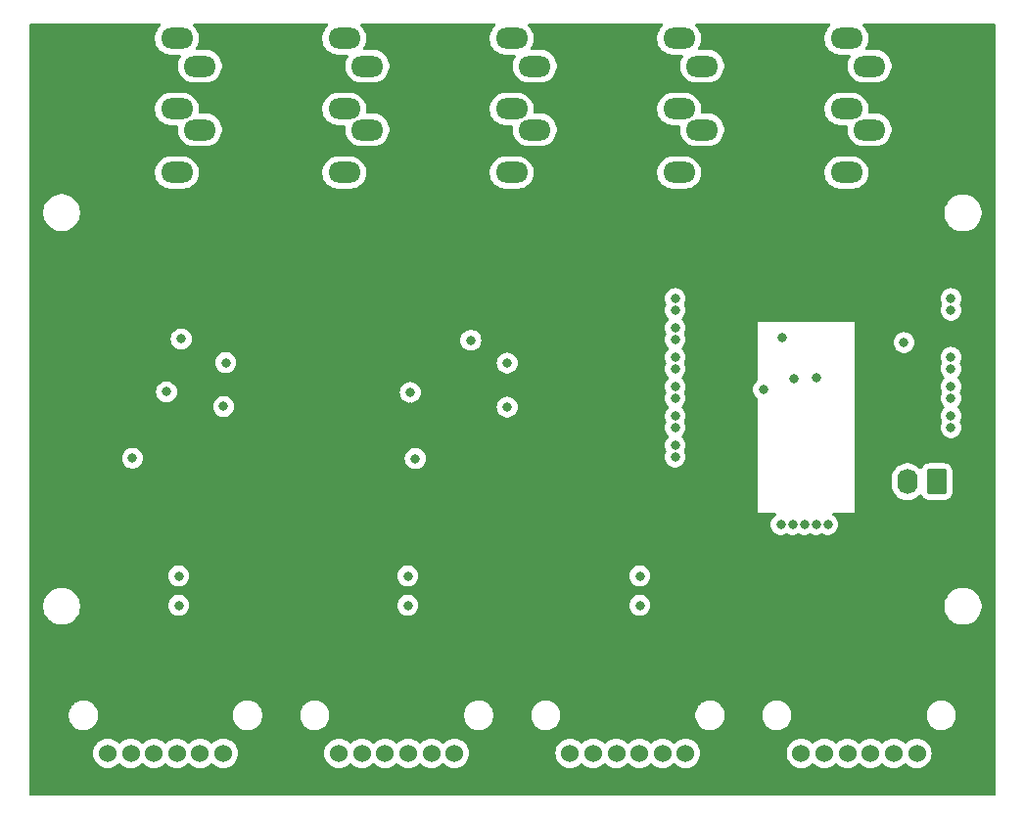
<source format=gbr>
%TF.GenerationSoftware,KiCad,Pcbnew,8.0.1*%
%TF.CreationDate,2024-11-05T21:38:58+00:00*%
%TF.ProjectId,Tiny4xPoweredStereoMixer,54696e79-3478-4506-9f77-657265645374,C*%
%TF.SameCoordinates,Original*%
%TF.FileFunction,Copper,L3,Inr*%
%TF.FilePolarity,Positive*%
%FSLAX46Y46*%
G04 Gerber Fmt 4.6, Leading zero omitted, Abs format (unit mm)*
G04 Created by KiCad (PCBNEW 8.0.1) date 2024-11-05 21:38:58*
%MOMM*%
%LPD*%
G01*
G04 APERTURE LIST*
G04 Aperture macros list*
%AMRoundRect*
0 Rectangle with rounded corners*
0 $1 Rounding radius*
0 $2 $3 $4 $5 $6 $7 $8 $9 X,Y pos of 4 corners*
0 Add a 4 corners polygon primitive as box body*
4,1,4,$2,$3,$4,$5,$6,$7,$8,$9,$2,$3,0*
0 Add four circle primitives for the rounded corners*
1,1,$1+$1,$2,$3*
1,1,$1+$1,$4,$5*
1,1,$1+$1,$6,$7*
1,1,$1+$1,$8,$9*
0 Add four rect primitives between the rounded corners*
20,1,$1+$1,$2,$3,$4,$5,0*
20,1,$1+$1,$4,$5,$6,$7,0*
20,1,$1+$1,$6,$7,$8,$9,0*
20,1,$1+$1,$8,$9,$2,$3,0*%
G04 Aperture macros list end*
%TA.AperFunction,ComponentPad*%
%ADD10O,2.800000X1.800000*%
%TD*%
%TA.AperFunction,ComponentPad*%
%ADD11RoundRect,0.250000X0.620000X0.845000X-0.620000X0.845000X-0.620000X-0.845000X0.620000X-0.845000X0*%
%TD*%
%TA.AperFunction,ComponentPad*%
%ADD12O,1.740000X2.190000*%
%TD*%
%TA.AperFunction,ComponentPad*%
%ADD13C,1.524000*%
%TD*%
%TA.AperFunction,ViaPad*%
%ADD14C,0.800000*%
%TD*%
G04 APERTURE END LIST*
D10*
%TO.N,Net-(C7-Pad1)*%
%TO.C,J1*%
X116631800Y-59817600D03*
%TO.N,GND*%
X114631800Y-58017600D03*
X114631800Y-51917600D03*
%TO.N,Net-(C5-Pad1)*%
X116631800Y-54317600D03*
%TO.N,GND*%
X114631800Y-63517600D03*
%TD*%
%TO.N,Net-(C18-Pad1)*%
%TO.C,J4*%
X160065800Y-59817600D03*
%TO.N,GND*%
X158065800Y-58017600D03*
X158065800Y-51917600D03*
%TO.N,Net-(C17-Pad1)*%
X160065800Y-54317600D03*
%TO.N,GND*%
X158065800Y-63517600D03*
%TD*%
%TO.N,Net-(C14-Pad1)*%
%TO.C,J3*%
X145587800Y-59817600D03*
%TO.N,GND*%
X143587800Y-58017600D03*
X143587800Y-51917600D03*
%TO.N,Net-(C12-Pad1)*%
X145587800Y-54317600D03*
%TO.N,GND*%
X143587800Y-63517600D03*
%TD*%
D11*
%TO.N,GND*%
%TO.C,J5*%
X180361500Y-90271000D03*
D12*
%TO.N,+12V*%
X177821500Y-90271000D03*
%TD*%
D13*
%TO.N,GND*%
%TO.C,RV1*%
X112653000Y-113772000D03*
%TO.N,/ch1_right_mix_in*%
X114653000Y-113772000D03*
%TO.N,Net-(C7-Pad2)*%
X116653000Y-113772000D03*
%TO.N,GND*%
X110653000Y-113772000D03*
%TO.N,/ch1_left_mix_in*%
X108653000Y-113772000D03*
%TO.N,Net-(C5-Pad2)*%
X118653000Y-113772000D03*
%TD*%
D10*
%TO.N,Net-(C20-Pad2)*%
%TO.C,J9*%
X174543800Y-59817600D03*
%TO.N,GND*%
X172543800Y-58017600D03*
X172543800Y-51917600D03*
%TO.N,Net-(C19-Pad2)*%
X174543800Y-54317600D03*
%TO.N,GND*%
X172543800Y-63517600D03*
%TD*%
%TO.N,Net-(C11-Pad1)*%
%TO.C,J2*%
X131109800Y-59817600D03*
%TO.N,GND*%
X129109800Y-58017600D03*
X129109800Y-51917600D03*
%TO.N,Net-(C10-Pad1)*%
X131109800Y-54317600D03*
%TO.N,GND*%
X129109800Y-63517600D03*
%TD*%
D13*
%TO.N,GND*%
%TO.C,RV2*%
X132648066Y-113772000D03*
%TO.N,/ch2_right_mix_in*%
X134648066Y-113772000D03*
%TO.N,Net-(C11-Pad2)*%
X136648066Y-113772000D03*
%TO.N,GND*%
X130648066Y-113772000D03*
%TO.N,/ch2_left_mix_in*%
X128648066Y-113772000D03*
%TO.N,Net-(C10-Pad2)*%
X138648066Y-113772000D03*
%TD*%
%TO.N,GND*%
%TO.C,RV3*%
X152643132Y-113772000D03*
%TO.N,/ch3_right_mix_in*%
X154643132Y-113772000D03*
%TO.N,Net-(C14-Pad2)*%
X156643132Y-113772000D03*
%TO.N,GND*%
X150643132Y-113772000D03*
%TO.N,/ch3_left_mix_in*%
X148643132Y-113772000D03*
%TO.N,Net-(C12-Pad2)*%
X158643132Y-113772000D03*
%TD*%
%TO.N,GND*%
%TO.C,RV4*%
X172638200Y-113772000D03*
%TO.N,/ch4_right_mix_in*%
X174638200Y-113772000D03*
%TO.N,Net-(C18-Pad2)*%
X176638200Y-113772000D03*
%TO.N,GND*%
X170638200Y-113772000D03*
%TO.N,/ch4_left_mix_in*%
X168638200Y-113772000D03*
%TO.N,Net-(C17-Pad2)*%
X178638200Y-113772000D03*
%TD*%
D14*
%TO.N,+12V*%
X118872000Y-79972500D03*
X169926000Y-81280000D03*
X177518000Y-78232000D03*
X143205200Y-80010000D03*
%TO.N,GND*%
X157734000Y-77978000D03*
X181582000Y-74422000D03*
X170942000Y-93980000D03*
X135255000Y-88265000D03*
X166878000Y-93980000D03*
X110794800Y-88239600D03*
X169926000Y-93980000D03*
X157734000Y-85598000D03*
X157734000Y-83058000D03*
X115011200Y-77927200D03*
X134823200Y-82550000D03*
X157734000Y-80518000D03*
X157734000Y-74422000D03*
X157734000Y-82042000D03*
X181582000Y-83058000D03*
X157734000Y-88138000D03*
X157734000Y-84582000D03*
X167894000Y-93980000D03*
X113741200Y-82499200D03*
X168910000Y-93980000D03*
X157734000Y-79502000D03*
X140055600Y-78028800D03*
X118668800Y-83769200D03*
X181582000Y-75438000D03*
X157734000Y-75438000D03*
X181582000Y-84582000D03*
X181582000Y-82042000D03*
X181582000Y-79502000D03*
X181582000Y-85598000D03*
X143205200Y-83820000D03*
X157734000Y-87122000D03*
X181582000Y-80518000D03*
X157734000Y-76962000D03*
%TO.N,-12V*%
X134823200Y-83820000D03*
X110439200Y-83782500D03*
X161326100Y-73355200D03*
X168047500Y-81320500D03*
%TO.N,Net-(U3-SW)*%
X165354000Y-82296000D03*
%TO.N,Net-(U3-BOOT)*%
X167030400Y-77774800D03*
%TO.N,Net-(U1A--)*%
X154686000Y-98425000D03*
X134620000Y-100965000D03*
X134620000Y-98425000D03*
X154686000Y-100965000D03*
X114808000Y-100965000D03*
X114808000Y-98425000D03*
%TD*%
%TA.AperFunction,Conductor*%
%TO.N,-12V*%
G36*
X113191570Y-50664585D02*
G01*
X113237325Y-50717389D01*
X113247269Y-50786547D01*
X113218244Y-50850103D01*
X113212212Y-50856581D01*
X113063556Y-51005236D01*
X113063552Y-51005241D01*
X112933987Y-51183574D01*
X112833904Y-51379993D01*
X112833903Y-51379996D01*
X112765785Y-51589647D01*
X112731300Y-51807378D01*
X112731300Y-52027821D01*
X112765785Y-52245552D01*
X112833903Y-52455203D01*
X112833904Y-52455206D01*
X112933987Y-52651625D01*
X113063552Y-52829958D01*
X113063556Y-52829963D01*
X113219436Y-52985843D01*
X113219441Y-52985847D01*
X113374992Y-53098860D01*
X113397778Y-53115415D01*
X113526175Y-53180837D01*
X113594193Y-53215495D01*
X113594196Y-53215496D01*
X113698397Y-53249352D01*
X113803849Y-53283615D01*
X114021578Y-53318100D01*
X114883502Y-53318100D01*
X114950541Y-53337785D01*
X114996296Y-53390589D01*
X115006240Y-53459747D01*
X114983820Y-53514985D01*
X114933987Y-53583574D01*
X114833904Y-53779993D01*
X114833903Y-53779996D01*
X114765785Y-53989647D01*
X114731300Y-54207378D01*
X114731300Y-54427821D01*
X114765785Y-54645552D01*
X114833903Y-54855203D01*
X114833904Y-54855206D01*
X114933987Y-55051625D01*
X115063552Y-55229958D01*
X115063556Y-55229963D01*
X115219436Y-55385843D01*
X115219441Y-55385847D01*
X115374992Y-55498860D01*
X115397778Y-55515415D01*
X115526175Y-55580837D01*
X115594193Y-55615495D01*
X115594196Y-55615496D01*
X115699021Y-55649555D01*
X115803849Y-55683615D01*
X116021578Y-55718100D01*
X116021579Y-55718100D01*
X117242021Y-55718100D01*
X117242022Y-55718100D01*
X117459751Y-55683615D01*
X117669406Y-55615495D01*
X117865822Y-55515415D01*
X118044165Y-55385842D01*
X118200042Y-55229965D01*
X118329615Y-55051622D01*
X118429695Y-54855206D01*
X118497815Y-54645551D01*
X118532300Y-54427822D01*
X118532300Y-54207378D01*
X118497815Y-53989649D01*
X118429695Y-53779994D01*
X118429695Y-53779993D01*
X118395037Y-53711975D01*
X118329615Y-53583578D01*
X118239647Y-53459747D01*
X118200047Y-53405241D01*
X118200043Y-53405236D01*
X118044163Y-53249356D01*
X118044158Y-53249352D01*
X117865825Y-53119787D01*
X117865824Y-53119786D01*
X117865822Y-53119785D01*
X117802896Y-53087722D01*
X117669406Y-53019704D01*
X117669403Y-53019703D01*
X117459752Y-52951585D01*
X117350886Y-52934342D01*
X117242022Y-52917100D01*
X117242021Y-52917100D01*
X116380098Y-52917100D01*
X116313059Y-52897415D01*
X116267304Y-52844611D01*
X116257360Y-52775453D01*
X116279780Y-52720215D01*
X116297018Y-52696487D01*
X116329615Y-52651622D01*
X116429695Y-52455206D01*
X116497815Y-52245551D01*
X116532300Y-52027822D01*
X116532300Y-51807378D01*
X116497815Y-51589649D01*
X116429695Y-51379994D01*
X116429695Y-51379993D01*
X116395037Y-51311975D01*
X116329615Y-51183578D01*
X116313060Y-51160792D01*
X116200047Y-51005241D01*
X116200043Y-51005236D01*
X116051388Y-50856581D01*
X116017903Y-50795258D01*
X116022887Y-50725566D01*
X116064759Y-50669633D01*
X116130223Y-50645216D01*
X116139069Y-50644900D01*
X127602531Y-50644900D01*
X127669570Y-50664585D01*
X127715325Y-50717389D01*
X127725269Y-50786547D01*
X127696244Y-50850103D01*
X127690212Y-50856581D01*
X127541556Y-51005236D01*
X127541552Y-51005241D01*
X127411987Y-51183574D01*
X127311904Y-51379993D01*
X127311903Y-51379996D01*
X127243785Y-51589647D01*
X127209300Y-51807378D01*
X127209300Y-52027821D01*
X127243785Y-52245552D01*
X127311903Y-52455203D01*
X127311904Y-52455206D01*
X127411987Y-52651625D01*
X127541552Y-52829958D01*
X127541556Y-52829963D01*
X127697436Y-52985843D01*
X127697441Y-52985847D01*
X127852992Y-53098860D01*
X127875778Y-53115415D01*
X128004175Y-53180837D01*
X128072193Y-53215495D01*
X128072196Y-53215496D01*
X128176397Y-53249352D01*
X128281849Y-53283615D01*
X128499578Y-53318100D01*
X129361502Y-53318100D01*
X129428541Y-53337785D01*
X129474296Y-53390589D01*
X129484240Y-53459747D01*
X129461820Y-53514985D01*
X129411987Y-53583574D01*
X129311904Y-53779993D01*
X129311903Y-53779996D01*
X129243785Y-53989647D01*
X129209300Y-54207378D01*
X129209300Y-54427821D01*
X129243785Y-54645552D01*
X129311903Y-54855203D01*
X129311904Y-54855206D01*
X129411987Y-55051625D01*
X129541552Y-55229958D01*
X129541556Y-55229963D01*
X129697436Y-55385843D01*
X129697441Y-55385847D01*
X129852992Y-55498860D01*
X129875778Y-55515415D01*
X130004175Y-55580837D01*
X130072193Y-55615495D01*
X130072196Y-55615496D01*
X130177021Y-55649555D01*
X130281849Y-55683615D01*
X130499578Y-55718100D01*
X130499579Y-55718100D01*
X131720021Y-55718100D01*
X131720022Y-55718100D01*
X131937751Y-55683615D01*
X132147406Y-55615495D01*
X132343822Y-55515415D01*
X132522165Y-55385842D01*
X132678042Y-55229965D01*
X132807615Y-55051622D01*
X132907695Y-54855206D01*
X132975815Y-54645551D01*
X133010300Y-54427822D01*
X133010300Y-54207378D01*
X132975815Y-53989649D01*
X132907695Y-53779994D01*
X132907695Y-53779993D01*
X132873037Y-53711975D01*
X132807615Y-53583578D01*
X132717647Y-53459747D01*
X132678047Y-53405241D01*
X132678043Y-53405236D01*
X132522163Y-53249356D01*
X132522158Y-53249352D01*
X132343825Y-53119787D01*
X132343824Y-53119786D01*
X132343822Y-53119785D01*
X132280896Y-53087722D01*
X132147406Y-53019704D01*
X132147403Y-53019703D01*
X131937752Y-52951585D01*
X131828886Y-52934342D01*
X131720022Y-52917100D01*
X131720021Y-52917100D01*
X130858098Y-52917100D01*
X130791059Y-52897415D01*
X130745304Y-52844611D01*
X130735360Y-52775453D01*
X130757780Y-52720215D01*
X130775018Y-52696487D01*
X130807615Y-52651622D01*
X130907695Y-52455206D01*
X130975815Y-52245551D01*
X131010300Y-52027822D01*
X131010300Y-51807378D01*
X130975815Y-51589649D01*
X130907695Y-51379994D01*
X130907695Y-51379993D01*
X130873037Y-51311975D01*
X130807615Y-51183578D01*
X130791060Y-51160792D01*
X130678047Y-51005241D01*
X130678043Y-51005236D01*
X130529388Y-50856581D01*
X130495903Y-50795258D01*
X130500887Y-50725566D01*
X130542759Y-50669633D01*
X130608223Y-50645216D01*
X130617069Y-50644900D01*
X142080531Y-50644900D01*
X142147570Y-50664585D01*
X142193325Y-50717389D01*
X142203269Y-50786547D01*
X142174244Y-50850103D01*
X142168212Y-50856581D01*
X142019556Y-51005236D01*
X142019552Y-51005241D01*
X141889987Y-51183574D01*
X141789904Y-51379993D01*
X141789903Y-51379996D01*
X141721785Y-51589647D01*
X141687300Y-51807378D01*
X141687300Y-52027821D01*
X141721785Y-52245552D01*
X141789903Y-52455203D01*
X141789904Y-52455206D01*
X141889987Y-52651625D01*
X142019552Y-52829958D01*
X142019556Y-52829963D01*
X142175436Y-52985843D01*
X142175441Y-52985847D01*
X142330992Y-53098860D01*
X142353778Y-53115415D01*
X142482175Y-53180837D01*
X142550193Y-53215495D01*
X142550196Y-53215496D01*
X142654397Y-53249352D01*
X142759849Y-53283615D01*
X142977578Y-53318100D01*
X143839502Y-53318100D01*
X143906541Y-53337785D01*
X143952296Y-53390589D01*
X143962240Y-53459747D01*
X143939820Y-53514985D01*
X143889987Y-53583574D01*
X143789904Y-53779993D01*
X143789903Y-53779996D01*
X143721785Y-53989647D01*
X143687300Y-54207378D01*
X143687300Y-54427821D01*
X143721785Y-54645552D01*
X143789903Y-54855203D01*
X143789904Y-54855206D01*
X143889987Y-55051625D01*
X144019552Y-55229958D01*
X144019556Y-55229963D01*
X144175436Y-55385843D01*
X144175441Y-55385847D01*
X144330992Y-55498860D01*
X144353778Y-55515415D01*
X144482175Y-55580837D01*
X144550193Y-55615495D01*
X144550196Y-55615496D01*
X144655021Y-55649555D01*
X144759849Y-55683615D01*
X144977578Y-55718100D01*
X144977579Y-55718100D01*
X146198021Y-55718100D01*
X146198022Y-55718100D01*
X146415751Y-55683615D01*
X146625406Y-55615495D01*
X146821822Y-55515415D01*
X147000165Y-55385842D01*
X147156042Y-55229965D01*
X147285615Y-55051622D01*
X147385695Y-54855206D01*
X147453815Y-54645551D01*
X147488300Y-54427822D01*
X147488300Y-54207378D01*
X147453815Y-53989649D01*
X147385695Y-53779994D01*
X147385695Y-53779993D01*
X147351037Y-53711975D01*
X147285615Y-53583578D01*
X147195647Y-53459747D01*
X147156047Y-53405241D01*
X147156043Y-53405236D01*
X147000163Y-53249356D01*
X147000158Y-53249352D01*
X146821825Y-53119787D01*
X146821824Y-53119786D01*
X146821822Y-53119785D01*
X146758896Y-53087722D01*
X146625406Y-53019704D01*
X146625403Y-53019703D01*
X146415752Y-52951585D01*
X146306886Y-52934342D01*
X146198022Y-52917100D01*
X146198021Y-52917100D01*
X145336098Y-52917100D01*
X145269059Y-52897415D01*
X145223304Y-52844611D01*
X145213360Y-52775453D01*
X145235780Y-52720215D01*
X145253018Y-52696487D01*
X145285615Y-52651622D01*
X145385695Y-52455206D01*
X145453815Y-52245551D01*
X145488300Y-52027822D01*
X145488300Y-51807378D01*
X145453815Y-51589649D01*
X145385695Y-51379994D01*
X145385695Y-51379993D01*
X145351037Y-51311975D01*
X145285615Y-51183578D01*
X145269060Y-51160792D01*
X145156047Y-51005241D01*
X145156043Y-51005236D01*
X145007388Y-50856581D01*
X144973903Y-50795258D01*
X144978887Y-50725566D01*
X145020759Y-50669633D01*
X145086223Y-50645216D01*
X145095069Y-50644900D01*
X156558531Y-50644900D01*
X156625570Y-50664585D01*
X156671325Y-50717389D01*
X156681269Y-50786547D01*
X156652244Y-50850103D01*
X156646212Y-50856581D01*
X156497556Y-51005236D01*
X156497552Y-51005241D01*
X156367987Y-51183574D01*
X156267904Y-51379993D01*
X156267903Y-51379996D01*
X156199785Y-51589647D01*
X156165300Y-51807378D01*
X156165300Y-52027821D01*
X156199785Y-52245552D01*
X156267903Y-52455203D01*
X156267904Y-52455206D01*
X156367987Y-52651625D01*
X156497552Y-52829958D01*
X156497556Y-52829963D01*
X156653436Y-52985843D01*
X156653441Y-52985847D01*
X156808992Y-53098860D01*
X156831778Y-53115415D01*
X156960175Y-53180837D01*
X157028193Y-53215495D01*
X157028196Y-53215496D01*
X157132397Y-53249352D01*
X157237849Y-53283615D01*
X157455578Y-53318100D01*
X158317502Y-53318100D01*
X158384541Y-53337785D01*
X158430296Y-53390589D01*
X158440240Y-53459747D01*
X158417820Y-53514985D01*
X158367987Y-53583574D01*
X158267904Y-53779993D01*
X158267903Y-53779996D01*
X158199785Y-53989647D01*
X158165300Y-54207378D01*
X158165300Y-54427821D01*
X158199785Y-54645552D01*
X158267903Y-54855203D01*
X158267904Y-54855206D01*
X158367987Y-55051625D01*
X158497552Y-55229958D01*
X158497556Y-55229963D01*
X158653436Y-55385843D01*
X158653441Y-55385847D01*
X158808992Y-55498860D01*
X158831778Y-55515415D01*
X158960175Y-55580837D01*
X159028193Y-55615495D01*
X159028196Y-55615496D01*
X159133021Y-55649555D01*
X159237849Y-55683615D01*
X159455578Y-55718100D01*
X159455579Y-55718100D01*
X160676021Y-55718100D01*
X160676022Y-55718100D01*
X160893751Y-55683615D01*
X161103406Y-55615495D01*
X161299822Y-55515415D01*
X161478165Y-55385842D01*
X161634042Y-55229965D01*
X161763615Y-55051622D01*
X161863695Y-54855206D01*
X161931815Y-54645551D01*
X161966300Y-54427822D01*
X161966300Y-54207378D01*
X161931815Y-53989649D01*
X161863695Y-53779994D01*
X161863695Y-53779993D01*
X161829037Y-53711975D01*
X161763615Y-53583578D01*
X161673647Y-53459747D01*
X161634047Y-53405241D01*
X161634043Y-53405236D01*
X161478163Y-53249356D01*
X161478158Y-53249352D01*
X161299825Y-53119787D01*
X161299824Y-53119786D01*
X161299822Y-53119785D01*
X161236896Y-53087722D01*
X161103406Y-53019704D01*
X161103403Y-53019703D01*
X160893752Y-52951585D01*
X160784886Y-52934342D01*
X160676022Y-52917100D01*
X160676021Y-52917100D01*
X159814098Y-52917100D01*
X159747059Y-52897415D01*
X159701304Y-52844611D01*
X159691360Y-52775453D01*
X159713780Y-52720215D01*
X159731018Y-52696487D01*
X159763615Y-52651622D01*
X159863695Y-52455206D01*
X159931815Y-52245551D01*
X159966300Y-52027822D01*
X159966300Y-51807378D01*
X159931815Y-51589649D01*
X159863695Y-51379994D01*
X159863695Y-51379993D01*
X159829037Y-51311975D01*
X159763615Y-51183578D01*
X159747060Y-51160792D01*
X159634047Y-51005241D01*
X159634043Y-51005236D01*
X159485388Y-50856581D01*
X159451903Y-50795258D01*
X159456887Y-50725566D01*
X159498759Y-50669633D01*
X159564223Y-50645216D01*
X159573069Y-50644900D01*
X171036531Y-50644900D01*
X171103570Y-50664585D01*
X171149325Y-50717389D01*
X171159269Y-50786547D01*
X171130244Y-50850103D01*
X171124212Y-50856581D01*
X170975556Y-51005236D01*
X170975552Y-51005241D01*
X170845987Y-51183574D01*
X170745904Y-51379993D01*
X170745903Y-51379996D01*
X170677785Y-51589647D01*
X170643300Y-51807378D01*
X170643300Y-52027821D01*
X170677785Y-52245552D01*
X170745903Y-52455203D01*
X170745904Y-52455206D01*
X170845987Y-52651625D01*
X170975552Y-52829958D01*
X170975556Y-52829963D01*
X171131436Y-52985843D01*
X171131441Y-52985847D01*
X171286992Y-53098860D01*
X171309778Y-53115415D01*
X171438175Y-53180837D01*
X171506193Y-53215495D01*
X171506196Y-53215496D01*
X171610397Y-53249352D01*
X171715849Y-53283615D01*
X171933578Y-53318100D01*
X172795502Y-53318100D01*
X172862541Y-53337785D01*
X172908296Y-53390589D01*
X172918240Y-53459747D01*
X172895820Y-53514985D01*
X172845987Y-53583574D01*
X172745904Y-53779993D01*
X172745903Y-53779996D01*
X172677785Y-53989647D01*
X172643300Y-54207378D01*
X172643300Y-54427821D01*
X172677785Y-54645552D01*
X172745903Y-54855203D01*
X172745904Y-54855206D01*
X172845987Y-55051625D01*
X172975552Y-55229958D01*
X172975556Y-55229963D01*
X173131436Y-55385843D01*
X173131441Y-55385847D01*
X173286992Y-55498860D01*
X173309778Y-55515415D01*
X173438175Y-55580837D01*
X173506193Y-55615495D01*
X173506196Y-55615496D01*
X173611021Y-55649555D01*
X173715849Y-55683615D01*
X173933578Y-55718100D01*
X173933579Y-55718100D01*
X175154021Y-55718100D01*
X175154022Y-55718100D01*
X175371751Y-55683615D01*
X175581406Y-55615495D01*
X175777822Y-55515415D01*
X175956165Y-55385842D01*
X176112042Y-55229965D01*
X176241615Y-55051622D01*
X176341695Y-54855206D01*
X176409815Y-54645551D01*
X176444300Y-54427822D01*
X176444300Y-54207378D01*
X176409815Y-53989649D01*
X176341695Y-53779994D01*
X176341695Y-53779993D01*
X176307037Y-53711975D01*
X176241615Y-53583578D01*
X176151647Y-53459747D01*
X176112047Y-53405241D01*
X176112043Y-53405236D01*
X175956163Y-53249356D01*
X175956158Y-53249352D01*
X175777825Y-53119787D01*
X175777824Y-53119786D01*
X175777822Y-53119785D01*
X175714896Y-53087722D01*
X175581406Y-53019704D01*
X175581403Y-53019703D01*
X175371752Y-52951585D01*
X175262886Y-52934342D01*
X175154022Y-52917100D01*
X175154021Y-52917100D01*
X174292098Y-52917100D01*
X174225059Y-52897415D01*
X174179304Y-52844611D01*
X174169360Y-52775453D01*
X174191780Y-52720215D01*
X174209018Y-52696487D01*
X174241615Y-52651622D01*
X174341695Y-52455206D01*
X174409815Y-52245551D01*
X174444300Y-52027822D01*
X174444300Y-51807378D01*
X174409815Y-51589649D01*
X174341695Y-51379994D01*
X174341695Y-51379993D01*
X174307037Y-51311975D01*
X174241615Y-51183578D01*
X174225060Y-51160792D01*
X174112047Y-51005241D01*
X174112043Y-51005236D01*
X173963388Y-50856581D01*
X173929903Y-50795258D01*
X173934887Y-50725566D01*
X173976759Y-50669633D01*
X174042223Y-50645216D01*
X174051069Y-50644900D01*
X185326300Y-50644900D01*
X185393339Y-50664585D01*
X185439094Y-50717389D01*
X185450300Y-50768900D01*
X185450300Y-117328300D01*
X185430615Y-117395339D01*
X185377811Y-117441094D01*
X185326300Y-117452300D01*
X101975300Y-117452300D01*
X101908261Y-117432615D01*
X101862506Y-117379811D01*
X101851300Y-117328300D01*
X101851300Y-113772002D01*
X107385677Y-113772002D01*
X107404929Y-113992062D01*
X107404930Y-113992070D01*
X107462104Y-114205445D01*
X107462105Y-114205447D01*
X107462106Y-114205450D01*
X107555466Y-114405662D01*
X107555468Y-114405666D01*
X107682170Y-114586615D01*
X107682175Y-114586621D01*
X107838378Y-114742824D01*
X107838384Y-114742829D01*
X108019333Y-114869531D01*
X108019335Y-114869532D01*
X108019338Y-114869534D01*
X108219550Y-114962894D01*
X108432932Y-115020070D01*
X108590123Y-115033822D01*
X108652998Y-115039323D01*
X108653000Y-115039323D01*
X108653002Y-115039323D01*
X108708017Y-115034509D01*
X108873068Y-115020070D01*
X109086450Y-114962894D01*
X109286662Y-114869534D01*
X109467620Y-114742826D01*
X109565319Y-114645127D01*
X109626642Y-114611642D01*
X109696334Y-114616626D01*
X109740681Y-114645127D01*
X109838378Y-114742824D01*
X109838384Y-114742829D01*
X110019333Y-114869531D01*
X110019335Y-114869532D01*
X110019338Y-114869534D01*
X110219550Y-114962894D01*
X110432932Y-115020070D01*
X110590123Y-115033822D01*
X110652998Y-115039323D01*
X110653000Y-115039323D01*
X110653002Y-115039323D01*
X110708017Y-115034509D01*
X110873068Y-115020070D01*
X111086450Y-114962894D01*
X111286662Y-114869534D01*
X111467620Y-114742826D01*
X111565319Y-114645127D01*
X111626642Y-114611642D01*
X111696334Y-114616626D01*
X111740681Y-114645127D01*
X111838378Y-114742824D01*
X111838384Y-114742829D01*
X112019333Y-114869531D01*
X112019335Y-114869532D01*
X112019338Y-114869534D01*
X112219550Y-114962894D01*
X112432932Y-115020070D01*
X112590123Y-115033822D01*
X112652998Y-115039323D01*
X112653000Y-115039323D01*
X112653002Y-115039323D01*
X112708017Y-115034509D01*
X112873068Y-115020070D01*
X113086450Y-114962894D01*
X113286662Y-114869534D01*
X113467620Y-114742826D01*
X113565319Y-114645127D01*
X113626642Y-114611642D01*
X113696334Y-114616626D01*
X113740681Y-114645127D01*
X113838378Y-114742824D01*
X113838384Y-114742829D01*
X114019333Y-114869531D01*
X114019335Y-114869532D01*
X114019338Y-114869534D01*
X114219550Y-114962894D01*
X114432932Y-115020070D01*
X114590123Y-115033822D01*
X114652998Y-115039323D01*
X114653000Y-115039323D01*
X114653002Y-115039323D01*
X114708017Y-115034509D01*
X114873068Y-115020070D01*
X115086450Y-114962894D01*
X115286662Y-114869534D01*
X115467620Y-114742826D01*
X115565319Y-114645127D01*
X115626642Y-114611642D01*
X115696334Y-114616626D01*
X115740681Y-114645127D01*
X115838378Y-114742824D01*
X115838384Y-114742829D01*
X116019333Y-114869531D01*
X116019335Y-114869532D01*
X116019338Y-114869534D01*
X116219550Y-114962894D01*
X116432932Y-115020070D01*
X116590123Y-115033822D01*
X116652998Y-115039323D01*
X116653000Y-115039323D01*
X116653002Y-115039323D01*
X116708017Y-115034509D01*
X116873068Y-115020070D01*
X117086450Y-114962894D01*
X117286662Y-114869534D01*
X117467620Y-114742826D01*
X117565319Y-114645127D01*
X117626642Y-114611642D01*
X117696334Y-114616626D01*
X117740681Y-114645127D01*
X117838378Y-114742824D01*
X117838384Y-114742829D01*
X118019333Y-114869531D01*
X118019335Y-114869532D01*
X118019338Y-114869534D01*
X118219550Y-114962894D01*
X118432932Y-115020070D01*
X118590123Y-115033822D01*
X118652998Y-115039323D01*
X118653000Y-115039323D01*
X118653002Y-115039323D01*
X118708017Y-115034509D01*
X118873068Y-115020070D01*
X119086450Y-114962894D01*
X119286662Y-114869534D01*
X119467620Y-114742826D01*
X119623826Y-114586620D01*
X119750534Y-114405662D01*
X119843894Y-114205450D01*
X119901070Y-113992068D01*
X119920323Y-113772002D01*
X127380743Y-113772002D01*
X127399995Y-113992062D01*
X127399996Y-113992070D01*
X127457170Y-114205445D01*
X127457171Y-114205447D01*
X127457172Y-114205450D01*
X127550532Y-114405662D01*
X127550534Y-114405666D01*
X127677236Y-114586615D01*
X127677241Y-114586621D01*
X127833444Y-114742824D01*
X127833450Y-114742829D01*
X128014399Y-114869531D01*
X128014401Y-114869532D01*
X128014404Y-114869534D01*
X128214616Y-114962894D01*
X128427998Y-115020070D01*
X128585189Y-115033822D01*
X128648064Y-115039323D01*
X128648066Y-115039323D01*
X128648068Y-115039323D01*
X128703083Y-115034509D01*
X128868134Y-115020070D01*
X129081516Y-114962894D01*
X129281728Y-114869534D01*
X129462686Y-114742826D01*
X129560385Y-114645127D01*
X129621708Y-114611642D01*
X129691400Y-114616626D01*
X129735747Y-114645127D01*
X129833444Y-114742824D01*
X129833450Y-114742829D01*
X130014399Y-114869531D01*
X130014401Y-114869532D01*
X130014404Y-114869534D01*
X130214616Y-114962894D01*
X130427998Y-115020070D01*
X130585189Y-115033822D01*
X130648064Y-115039323D01*
X130648066Y-115039323D01*
X130648068Y-115039323D01*
X130703083Y-115034509D01*
X130868134Y-115020070D01*
X131081516Y-114962894D01*
X131281728Y-114869534D01*
X131462686Y-114742826D01*
X131560385Y-114645127D01*
X131621708Y-114611642D01*
X131691400Y-114616626D01*
X131735747Y-114645127D01*
X131833444Y-114742824D01*
X131833450Y-114742829D01*
X132014399Y-114869531D01*
X132014401Y-114869532D01*
X132014404Y-114869534D01*
X132214616Y-114962894D01*
X132427998Y-115020070D01*
X132585189Y-115033822D01*
X132648064Y-115039323D01*
X132648066Y-115039323D01*
X132648068Y-115039323D01*
X132703083Y-115034509D01*
X132868134Y-115020070D01*
X133081516Y-114962894D01*
X133281728Y-114869534D01*
X133462686Y-114742826D01*
X133560385Y-114645127D01*
X133621708Y-114611642D01*
X133691400Y-114616626D01*
X133735747Y-114645127D01*
X133833444Y-114742824D01*
X133833450Y-114742829D01*
X134014399Y-114869531D01*
X134014401Y-114869532D01*
X134014404Y-114869534D01*
X134214616Y-114962894D01*
X134427998Y-115020070D01*
X134585189Y-115033822D01*
X134648064Y-115039323D01*
X134648066Y-115039323D01*
X134648068Y-115039323D01*
X134703083Y-115034509D01*
X134868134Y-115020070D01*
X135081516Y-114962894D01*
X135281728Y-114869534D01*
X135462686Y-114742826D01*
X135560385Y-114645127D01*
X135621708Y-114611642D01*
X135691400Y-114616626D01*
X135735747Y-114645127D01*
X135833444Y-114742824D01*
X135833450Y-114742829D01*
X136014399Y-114869531D01*
X136014401Y-114869532D01*
X136014404Y-114869534D01*
X136214616Y-114962894D01*
X136427998Y-115020070D01*
X136585189Y-115033822D01*
X136648064Y-115039323D01*
X136648066Y-115039323D01*
X136648068Y-115039323D01*
X136703083Y-115034509D01*
X136868134Y-115020070D01*
X137081516Y-114962894D01*
X137281728Y-114869534D01*
X137462686Y-114742826D01*
X137560385Y-114645127D01*
X137621708Y-114611642D01*
X137691400Y-114616626D01*
X137735747Y-114645127D01*
X137833444Y-114742824D01*
X137833450Y-114742829D01*
X138014399Y-114869531D01*
X138014401Y-114869532D01*
X138014404Y-114869534D01*
X138214616Y-114962894D01*
X138427998Y-115020070D01*
X138585189Y-115033822D01*
X138648064Y-115039323D01*
X138648066Y-115039323D01*
X138648068Y-115039323D01*
X138703083Y-115034509D01*
X138868134Y-115020070D01*
X139081516Y-114962894D01*
X139281728Y-114869534D01*
X139462686Y-114742826D01*
X139618892Y-114586620D01*
X139745600Y-114405662D01*
X139838960Y-114205450D01*
X139896136Y-113992068D01*
X139915389Y-113772002D01*
X147375809Y-113772002D01*
X147395061Y-113992062D01*
X147395062Y-113992070D01*
X147452236Y-114205445D01*
X147452237Y-114205447D01*
X147452238Y-114205450D01*
X147545598Y-114405662D01*
X147545600Y-114405666D01*
X147672302Y-114586615D01*
X147672307Y-114586621D01*
X147828510Y-114742824D01*
X147828516Y-114742829D01*
X148009465Y-114869531D01*
X148009467Y-114869532D01*
X148009470Y-114869534D01*
X148209682Y-114962894D01*
X148423064Y-115020070D01*
X148580255Y-115033822D01*
X148643130Y-115039323D01*
X148643132Y-115039323D01*
X148643134Y-115039323D01*
X148698149Y-115034509D01*
X148863200Y-115020070D01*
X149076582Y-114962894D01*
X149276794Y-114869534D01*
X149457752Y-114742826D01*
X149555451Y-114645127D01*
X149616774Y-114611642D01*
X149686466Y-114616626D01*
X149730813Y-114645127D01*
X149828510Y-114742824D01*
X149828516Y-114742829D01*
X150009465Y-114869531D01*
X150009467Y-114869532D01*
X150009470Y-114869534D01*
X150209682Y-114962894D01*
X150423064Y-115020070D01*
X150580255Y-115033822D01*
X150643130Y-115039323D01*
X150643132Y-115039323D01*
X150643134Y-115039323D01*
X150698149Y-115034509D01*
X150863200Y-115020070D01*
X151076582Y-114962894D01*
X151276794Y-114869534D01*
X151457752Y-114742826D01*
X151555451Y-114645127D01*
X151616774Y-114611642D01*
X151686466Y-114616626D01*
X151730813Y-114645127D01*
X151828510Y-114742824D01*
X151828516Y-114742829D01*
X152009465Y-114869531D01*
X152009467Y-114869532D01*
X152009470Y-114869534D01*
X152209682Y-114962894D01*
X152423064Y-115020070D01*
X152580255Y-115033822D01*
X152643130Y-115039323D01*
X152643132Y-115039323D01*
X152643134Y-115039323D01*
X152698149Y-115034509D01*
X152863200Y-115020070D01*
X153076582Y-114962894D01*
X153276794Y-114869534D01*
X153457752Y-114742826D01*
X153555451Y-114645127D01*
X153616774Y-114611642D01*
X153686466Y-114616626D01*
X153730813Y-114645127D01*
X153828510Y-114742824D01*
X153828516Y-114742829D01*
X154009465Y-114869531D01*
X154009467Y-114869532D01*
X154009470Y-114869534D01*
X154209682Y-114962894D01*
X154423064Y-115020070D01*
X154580255Y-115033822D01*
X154643130Y-115039323D01*
X154643132Y-115039323D01*
X154643134Y-115039323D01*
X154698149Y-115034509D01*
X154863200Y-115020070D01*
X155076582Y-114962894D01*
X155276794Y-114869534D01*
X155457752Y-114742826D01*
X155555451Y-114645127D01*
X155616774Y-114611642D01*
X155686466Y-114616626D01*
X155730813Y-114645127D01*
X155828510Y-114742824D01*
X155828516Y-114742829D01*
X156009465Y-114869531D01*
X156009467Y-114869532D01*
X156009470Y-114869534D01*
X156209682Y-114962894D01*
X156423064Y-115020070D01*
X156580255Y-115033822D01*
X156643130Y-115039323D01*
X156643132Y-115039323D01*
X156643134Y-115039323D01*
X156698149Y-115034509D01*
X156863200Y-115020070D01*
X157076582Y-114962894D01*
X157276794Y-114869534D01*
X157457752Y-114742826D01*
X157555451Y-114645127D01*
X157616774Y-114611642D01*
X157686466Y-114616626D01*
X157730813Y-114645127D01*
X157828510Y-114742824D01*
X157828516Y-114742829D01*
X158009465Y-114869531D01*
X158009467Y-114869532D01*
X158009470Y-114869534D01*
X158209682Y-114962894D01*
X158423064Y-115020070D01*
X158580255Y-115033822D01*
X158643130Y-115039323D01*
X158643132Y-115039323D01*
X158643134Y-115039323D01*
X158698149Y-115034509D01*
X158863200Y-115020070D01*
X159076582Y-114962894D01*
X159276794Y-114869534D01*
X159457752Y-114742826D01*
X159613958Y-114586620D01*
X159740666Y-114405662D01*
X159834026Y-114205450D01*
X159891202Y-113992068D01*
X159910455Y-113772002D01*
X167370877Y-113772002D01*
X167390129Y-113992062D01*
X167390130Y-113992070D01*
X167447304Y-114205445D01*
X167447305Y-114205447D01*
X167447306Y-114205450D01*
X167540666Y-114405662D01*
X167540668Y-114405666D01*
X167667370Y-114586615D01*
X167667375Y-114586621D01*
X167823578Y-114742824D01*
X167823584Y-114742829D01*
X168004533Y-114869531D01*
X168004535Y-114869532D01*
X168004538Y-114869534D01*
X168204750Y-114962894D01*
X168418132Y-115020070D01*
X168575323Y-115033822D01*
X168638198Y-115039323D01*
X168638200Y-115039323D01*
X168638202Y-115039323D01*
X168693217Y-115034509D01*
X168858268Y-115020070D01*
X169071650Y-114962894D01*
X169271862Y-114869534D01*
X169452820Y-114742826D01*
X169550519Y-114645127D01*
X169611842Y-114611642D01*
X169681534Y-114616626D01*
X169725881Y-114645127D01*
X169823578Y-114742824D01*
X169823584Y-114742829D01*
X170004533Y-114869531D01*
X170004535Y-114869532D01*
X170004538Y-114869534D01*
X170204750Y-114962894D01*
X170418132Y-115020070D01*
X170575323Y-115033822D01*
X170638198Y-115039323D01*
X170638200Y-115039323D01*
X170638202Y-115039323D01*
X170693217Y-115034509D01*
X170858268Y-115020070D01*
X171071650Y-114962894D01*
X171271862Y-114869534D01*
X171452820Y-114742826D01*
X171550519Y-114645127D01*
X171611842Y-114611642D01*
X171681534Y-114616626D01*
X171725881Y-114645127D01*
X171823578Y-114742824D01*
X171823584Y-114742829D01*
X172004533Y-114869531D01*
X172004535Y-114869532D01*
X172004538Y-114869534D01*
X172204750Y-114962894D01*
X172418132Y-115020070D01*
X172575323Y-115033822D01*
X172638198Y-115039323D01*
X172638200Y-115039323D01*
X172638202Y-115039323D01*
X172693217Y-115034509D01*
X172858268Y-115020070D01*
X173071650Y-114962894D01*
X173271862Y-114869534D01*
X173452820Y-114742826D01*
X173550519Y-114645127D01*
X173611842Y-114611642D01*
X173681534Y-114616626D01*
X173725881Y-114645127D01*
X173823578Y-114742824D01*
X173823584Y-114742829D01*
X174004533Y-114869531D01*
X174004535Y-114869532D01*
X174004538Y-114869534D01*
X174204750Y-114962894D01*
X174418132Y-115020070D01*
X174575323Y-115033822D01*
X174638198Y-115039323D01*
X174638200Y-115039323D01*
X174638202Y-115039323D01*
X174693217Y-115034509D01*
X174858268Y-115020070D01*
X175071650Y-114962894D01*
X175271862Y-114869534D01*
X175452820Y-114742826D01*
X175550519Y-114645127D01*
X175611842Y-114611642D01*
X175681534Y-114616626D01*
X175725881Y-114645127D01*
X175823578Y-114742824D01*
X175823584Y-114742829D01*
X176004533Y-114869531D01*
X176004535Y-114869532D01*
X176004538Y-114869534D01*
X176204750Y-114962894D01*
X176418132Y-115020070D01*
X176575323Y-115033822D01*
X176638198Y-115039323D01*
X176638200Y-115039323D01*
X176638202Y-115039323D01*
X176693217Y-115034509D01*
X176858268Y-115020070D01*
X177071650Y-114962894D01*
X177271862Y-114869534D01*
X177452820Y-114742826D01*
X177550519Y-114645127D01*
X177611842Y-114611642D01*
X177681534Y-114616626D01*
X177725881Y-114645127D01*
X177823578Y-114742824D01*
X177823584Y-114742829D01*
X178004533Y-114869531D01*
X178004535Y-114869532D01*
X178004538Y-114869534D01*
X178204750Y-114962894D01*
X178418132Y-115020070D01*
X178575323Y-115033822D01*
X178638198Y-115039323D01*
X178638200Y-115039323D01*
X178638202Y-115039323D01*
X178693217Y-115034509D01*
X178858268Y-115020070D01*
X179071650Y-114962894D01*
X179271862Y-114869534D01*
X179452820Y-114742826D01*
X179609026Y-114586620D01*
X179735734Y-114405662D01*
X179829094Y-114205450D01*
X179886270Y-113992068D01*
X179905523Y-113772000D01*
X179886270Y-113551932D01*
X179829094Y-113338550D01*
X179735734Y-113138339D01*
X179609026Y-112957380D01*
X179452820Y-112801174D01*
X179452816Y-112801171D01*
X179452815Y-112801170D01*
X179271866Y-112674468D01*
X179271862Y-112674466D01*
X179271860Y-112674465D01*
X179071650Y-112581106D01*
X179071647Y-112581105D01*
X179071645Y-112581104D01*
X178858270Y-112523930D01*
X178858262Y-112523929D01*
X178638202Y-112504677D01*
X178638198Y-112504677D01*
X178418137Y-112523929D01*
X178418129Y-112523930D01*
X178204754Y-112581104D01*
X178204748Y-112581107D01*
X178004540Y-112674465D01*
X178004538Y-112674466D01*
X177823581Y-112801172D01*
X177725880Y-112898873D01*
X177664556Y-112932357D01*
X177594865Y-112927373D01*
X177550518Y-112898872D01*
X177452821Y-112801175D01*
X177452815Y-112801170D01*
X177271866Y-112674468D01*
X177271862Y-112674466D01*
X177271860Y-112674465D01*
X177071650Y-112581106D01*
X177071647Y-112581105D01*
X177071645Y-112581104D01*
X176858270Y-112523930D01*
X176858262Y-112523929D01*
X176638202Y-112504677D01*
X176638198Y-112504677D01*
X176418137Y-112523929D01*
X176418129Y-112523930D01*
X176204754Y-112581104D01*
X176204748Y-112581107D01*
X176004540Y-112674465D01*
X176004538Y-112674466D01*
X175823581Y-112801172D01*
X175725880Y-112898873D01*
X175664556Y-112932357D01*
X175594865Y-112927373D01*
X175550518Y-112898872D01*
X175452821Y-112801175D01*
X175452815Y-112801170D01*
X175271866Y-112674468D01*
X175271862Y-112674466D01*
X175271860Y-112674465D01*
X175071650Y-112581106D01*
X175071647Y-112581105D01*
X175071645Y-112581104D01*
X174858270Y-112523930D01*
X174858262Y-112523929D01*
X174638202Y-112504677D01*
X174638198Y-112504677D01*
X174418137Y-112523929D01*
X174418129Y-112523930D01*
X174204754Y-112581104D01*
X174204748Y-112581107D01*
X174004540Y-112674465D01*
X174004538Y-112674466D01*
X173823581Y-112801172D01*
X173725880Y-112898873D01*
X173664556Y-112932357D01*
X173594865Y-112927373D01*
X173550518Y-112898872D01*
X173452821Y-112801175D01*
X173452815Y-112801170D01*
X173271866Y-112674468D01*
X173271862Y-112674466D01*
X173271860Y-112674465D01*
X173071650Y-112581106D01*
X173071647Y-112581105D01*
X173071645Y-112581104D01*
X172858270Y-112523930D01*
X172858262Y-112523929D01*
X172638202Y-112504677D01*
X172638198Y-112504677D01*
X172418137Y-112523929D01*
X172418129Y-112523930D01*
X172204754Y-112581104D01*
X172204748Y-112581107D01*
X172004540Y-112674465D01*
X172004538Y-112674466D01*
X171823581Y-112801172D01*
X171725880Y-112898873D01*
X171664556Y-112932357D01*
X171594865Y-112927373D01*
X171550518Y-112898872D01*
X171452821Y-112801175D01*
X171452815Y-112801170D01*
X171271866Y-112674468D01*
X171271862Y-112674466D01*
X171271860Y-112674465D01*
X171071650Y-112581106D01*
X171071647Y-112581105D01*
X171071645Y-112581104D01*
X170858270Y-112523930D01*
X170858262Y-112523929D01*
X170638202Y-112504677D01*
X170638198Y-112504677D01*
X170418137Y-112523929D01*
X170418129Y-112523930D01*
X170204754Y-112581104D01*
X170204748Y-112581107D01*
X170004540Y-112674465D01*
X170004538Y-112674466D01*
X169823581Y-112801172D01*
X169725880Y-112898873D01*
X169664556Y-112932357D01*
X169594865Y-112927373D01*
X169550518Y-112898872D01*
X169452821Y-112801175D01*
X169452815Y-112801170D01*
X169271866Y-112674468D01*
X169271862Y-112674466D01*
X169271860Y-112674465D01*
X169071650Y-112581106D01*
X169071647Y-112581105D01*
X169071645Y-112581104D01*
X168858270Y-112523930D01*
X168858262Y-112523929D01*
X168638202Y-112504677D01*
X168638198Y-112504677D01*
X168418137Y-112523929D01*
X168418129Y-112523930D01*
X168204754Y-112581104D01*
X168204748Y-112581107D01*
X168004540Y-112674465D01*
X168004538Y-112674466D01*
X167823577Y-112801175D01*
X167667375Y-112957377D01*
X167540666Y-113138338D01*
X167540665Y-113138340D01*
X167447307Y-113338548D01*
X167447304Y-113338554D01*
X167390130Y-113551929D01*
X167390129Y-113551937D01*
X167370877Y-113771997D01*
X167370877Y-113772002D01*
X159910455Y-113772002D01*
X159910455Y-113772000D01*
X159891202Y-113551932D01*
X159834026Y-113338550D01*
X159740666Y-113138339D01*
X159613958Y-112957380D01*
X159457752Y-112801174D01*
X159457748Y-112801171D01*
X159457747Y-112801170D01*
X159276798Y-112674468D01*
X159276794Y-112674466D01*
X159276792Y-112674465D01*
X159076582Y-112581106D01*
X159076579Y-112581105D01*
X159076577Y-112581104D01*
X158863202Y-112523930D01*
X158863194Y-112523929D01*
X158643134Y-112504677D01*
X158643130Y-112504677D01*
X158423069Y-112523929D01*
X158423061Y-112523930D01*
X158209686Y-112581104D01*
X158209680Y-112581107D01*
X158009472Y-112674465D01*
X158009470Y-112674466D01*
X157828513Y-112801172D01*
X157730812Y-112898873D01*
X157669488Y-112932357D01*
X157599797Y-112927373D01*
X157555450Y-112898872D01*
X157457753Y-112801175D01*
X157457747Y-112801170D01*
X157276798Y-112674468D01*
X157276794Y-112674466D01*
X157276792Y-112674465D01*
X157076582Y-112581106D01*
X157076579Y-112581105D01*
X157076577Y-112581104D01*
X156863202Y-112523930D01*
X156863194Y-112523929D01*
X156643134Y-112504677D01*
X156643130Y-112504677D01*
X156423069Y-112523929D01*
X156423061Y-112523930D01*
X156209686Y-112581104D01*
X156209680Y-112581107D01*
X156009472Y-112674465D01*
X156009470Y-112674466D01*
X155828513Y-112801172D01*
X155730812Y-112898873D01*
X155669488Y-112932357D01*
X155599797Y-112927373D01*
X155555450Y-112898872D01*
X155457753Y-112801175D01*
X155457747Y-112801170D01*
X155276798Y-112674468D01*
X155276794Y-112674466D01*
X155276792Y-112674465D01*
X155076582Y-112581106D01*
X155076579Y-112581105D01*
X155076577Y-112581104D01*
X154863202Y-112523930D01*
X154863194Y-112523929D01*
X154643134Y-112504677D01*
X154643130Y-112504677D01*
X154423069Y-112523929D01*
X154423061Y-112523930D01*
X154209686Y-112581104D01*
X154209680Y-112581107D01*
X154009472Y-112674465D01*
X154009470Y-112674466D01*
X153828513Y-112801172D01*
X153730812Y-112898873D01*
X153669488Y-112932357D01*
X153599797Y-112927373D01*
X153555450Y-112898872D01*
X153457753Y-112801175D01*
X153457747Y-112801170D01*
X153276798Y-112674468D01*
X153276794Y-112674466D01*
X153276792Y-112674465D01*
X153076582Y-112581106D01*
X153076579Y-112581105D01*
X153076577Y-112581104D01*
X152863202Y-112523930D01*
X152863194Y-112523929D01*
X152643134Y-112504677D01*
X152643130Y-112504677D01*
X152423069Y-112523929D01*
X152423061Y-112523930D01*
X152209686Y-112581104D01*
X152209680Y-112581107D01*
X152009472Y-112674465D01*
X152009470Y-112674466D01*
X151828513Y-112801172D01*
X151730812Y-112898873D01*
X151669488Y-112932357D01*
X151599797Y-112927373D01*
X151555450Y-112898872D01*
X151457753Y-112801175D01*
X151457747Y-112801170D01*
X151276798Y-112674468D01*
X151276794Y-112674466D01*
X151276792Y-112674465D01*
X151076582Y-112581106D01*
X151076579Y-112581105D01*
X151076577Y-112581104D01*
X150863202Y-112523930D01*
X150863194Y-112523929D01*
X150643134Y-112504677D01*
X150643130Y-112504677D01*
X150423069Y-112523929D01*
X150423061Y-112523930D01*
X150209686Y-112581104D01*
X150209680Y-112581107D01*
X150009472Y-112674465D01*
X150009470Y-112674466D01*
X149828513Y-112801172D01*
X149730812Y-112898873D01*
X149669488Y-112932357D01*
X149599797Y-112927373D01*
X149555450Y-112898872D01*
X149457753Y-112801175D01*
X149457747Y-112801170D01*
X149276798Y-112674468D01*
X149276794Y-112674466D01*
X149276792Y-112674465D01*
X149076582Y-112581106D01*
X149076579Y-112581105D01*
X149076577Y-112581104D01*
X148863202Y-112523930D01*
X148863194Y-112523929D01*
X148643134Y-112504677D01*
X148643130Y-112504677D01*
X148423069Y-112523929D01*
X148423061Y-112523930D01*
X148209686Y-112581104D01*
X148209680Y-112581107D01*
X148009472Y-112674465D01*
X148009470Y-112674466D01*
X147828509Y-112801175D01*
X147672307Y-112957377D01*
X147545598Y-113138338D01*
X147545597Y-113138340D01*
X147452239Y-113338548D01*
X147452236Y-113338554D01*
X147395062Y-113551929D01*
X147395061Y-113551937D01*
X147375809Y-113771997D01*
X147375809Y-113772002D01*
X139915389Y-113772002D01*
X139915389Y-113772000D01*
X139896136Y-113551932D01*
X139838960Y-113338550D01*
X139745600Y-113138339D01*
X139618892Y-112957380D01*
X139462686Y-112801174D01*
X139462682Y-112801171D01*
X139462681Y-112801170D01*
X139281732Y-112674468D01*
X139281728Y-112674466D01*
X139281726Y-112674465D01*
X139081516Y-112581106D01*
X139081513Y-112581105D01*
X139081511Y-112581104D01*
X138868136Y-112523930D01*
X138868128Y-112523929D01*
X138648068Y-112504677D01*
X138648064Y-112504677D01*
X138428003Y-112523929D01*
X138427995Y-112523930D01*
X138214620Y-112581104D01*
X138214614Y-112581107D01*
X138014406Y-112674465D01*
X138014404Y-112674466D01*
X137833447Y-112801172D01*
X137735746Y-112898873D01*
X137674422Y-112932357D01*
X137604731Y-112927373D01*
X137560384Y-112898872D01*
X137462687Y-112801175D01*
X137462681Y-112801170D01*
X137281732Y-112674468D01*
X137281728Y-112674466D01*
X137281726Y-112674465D01*
X137081516Y-112581106D01*
X137081513Y-112581105D01*
X137081511Y-112581104D01*
X136868136Y-112523930D01*
X136868128Y-112523929D01*
X136648068Y-112504677D01*
X136648064Y-112504677D01*
X136428003Y-112523929D01*
X136427995Y-112523930D01*
X136214620Y-112581104D01*
X136214614Y-112581107D01*
X136014406Y-112674465D01*
X136014404Y-112674466D01*
X135833447Y-112801172D01*
X135735746Y-112898873D01*
X135674422Y-112932357D01*
X135604731Y-112927373D01*
X135560384Y-112898872D01*
X135462687Y-112801175D01*
X135462681Y-112801170D01*
X135281732Y-112674468D01*
X135281728Y-112674466D01*
X135281726Y-112674465D01*
X135081516Y-112581106D01*
X135081513Y-112581105D01*
X135081511Y-112581104D01*
X134868136Y-112523930D01*
X134868128Y-112523929D01*
X134648068Y-112504677D01*
X134648064Y-112504677D01*
X134428003Y-112523929D01*
X134427995Y-112523930D01*
X134214620Y-112581104D01*
X134214614Y-112581107D01*
X134014406Y-112674465D01*
X134014404Y-112674466D01*
X133833447Y-112801172D01*
X133735746Y-112898873D01*
X133674422Y-112932357D01*
X133604731Y-112927373D01*
X133560384Y-112898872D01*
X133462687Y-112801175D01*
X133462681Y-112801170D01*
X133281732Y-112674468D01*
X133281728Y-112674466D01*
X133281726Y-112674465D01*
X133081516Y-112581106D01*
X133081513Y-112581105D01*
X133081511Y-112581104D01*
X132868136Y-112523930D01*
X132868128Y-112523929D01*
X132648068Y-112504677D01*
X132648064Y-112504677D01*
X132428003Y-112523929D01*
X132427995Y-112523930D01*
X132214620Y-112581104D01*
X132214614Y-112581107D01*
X132014406Y-112674465D01*
X132014404Y-112674466D01*
X131833447Y-112801172D01*
X131735746Y-112898873D01*
X131674422Y-112932357D01*
X131604731Y-112927373D01*
X131560384Y-112898872D01*
X131462687Y-112801175D01*
X131462681Y-112801170D01*
X131281732Y-112674468D01*
X131281728Y-112674466D01*
X131281726Y-112674465D01*
X131081516Y-112581106D01*
X131081513Y-112581105D01*
X131081511Y-112581104D01*
X130868136Y-112523930D01*
X130868128Y-112523929D01*
X130648068Y-112504677D01*
X130648064Y-112504677D01*
X130428003Y-112523929D01*
X130427995Y-112523930D01*
X130214620Y-112581104D01*
X130214614Y-112581107D01*
X130014406Y-112674465D01*
X130014404Y-112674466D01*
X129833447Y-112801172D01*
X129735746Y-112898873D01*
X129674422Y-112932357D01*
X129604731Y-112927373D01*
X129560384Y-112898872D01*
X129462687Y-112801175D01*
X129462681Y-112801170D01*
X129281732Y-112674468D01*
X129281728Y-112674466D01*
X129281726Y-112674465D01*
X129081516Y-112581106D01*
X129081513Y-112581105D01*
X129081511Y-112581104D01*
X128868136Y-112523930D01*
X128868128Y-112523929D01*
X128648068Y-112504677D01*
X128648064Y-112504677D01*
X128428003Y-112523929D01*
X128427995Y-112523930D01*
X128214620Y-112581104D01*
X128214614Y-112581107D01*
X128014406Y-112674465D01*
X128014404Y-112674466D01*
X127833443Y-112801175D01*
X127677241Y-112957377D01*
X127550532Y-113138338D01*
X127550531Y-113138340D01*
X127457173Y-113338548D01*
X127457170Y-113338554D01*
X127399996Y-113551929D01*
X127399995Y-113551937D01*
X127380743Y-113771997D01*
X127380743Y-113772002D01*
X119920323Y-113772002D01*
X119920323Y-113772000D01*
X119901070Y-113551932D01*
X119843894Y-113338550D01*
X119750534Y-113138339D01*
X119623826Y-112957380D01*
X119467620Y-112801174D01*
X119467616Y-112801171D01*
X119467615Y-112801170D01*
X119286666Y-112674468D01*
X119286662Y-112674466D01*
X119286660Y-112674465D01*
X119086450Y-112581106D01*
X119086447Y-112581105D01*
X119086445Y-112581104D01*
X118873070Y-112523930D01*
X118873062Y-112523929D01*
X118653002Y-112504677D01*
X118652998Y-112504677D01*
X118432937Y-112523929D01*
X118432929Y-112523930D01*
X118219554Y-112581104D01*
X118219548Y-112581107D01*
X118019340Y-112674465D01*
X118019338Y-112674466D01*
X117838381Y-112801172D01*
X117740680Y-112898873D01*
X117679356Y-112932357D01*
X117609665Y-112927373D01*
X117565318Y-112898872D01*
X117467621Y-112801175D01*
X117467615Y-112801170D01*
X117286666Y-112674468D01*
X117286662Y-112674466D01*
X117286660Y-112674465D01*
X117086450Y-112581106D01*
X117086447Y-112581105D01*
X117086445Y-112581104D01*
X116873070Y-112523930D01*
X116873062Y-112523929D01*
X116653002Y-112504677D01*
X116652998Y-112504677D01*
X116432937Y-112523929D01*
X116432929Y-112523930D01*
X116219554Y-112581104D01*
X116219548Y-112581107D01*
X116019340Y-112674465D01*
X116019338Y-112674466D01*
X115838381Y-112801172D01*
X115740680Y-112898873D01*
X115679356Y-112932357D01*
X115609665Y-112927373D01*
X115565318Y-112898872D01*
X115467621Y-112801175D01*
X115467615Y-112801170D01*
X115286666Y-112674468D01*
X115286662Y-112674466D01*
X115286660Y-112674465D01*
X115086450Y-112581106D01*
X115086447Y-112581105D01*
X115086445Y-112581104D01*
X114873070Y-112523930D01*
X114873062Y-112523929D01*
X114653002Y-112504677D01*
X114652998Y-112504677D01*
X114432937Y-112523929D01*
X114432929Y-112523930D01*
X114219554Y-112581104D01*
X114219548Y-112581107D01*
X114019340Y-112674465D01*
X114019338Y-112674466D01*
X113838381Y-112801172D01*
X113740680Y-112898873D01*
X113679356Y-112932357D01*
X113609665Y-112927373D01*
X113565318Y-112898872D01*
X113467621Y-112801175D01*
X113467615Y-112801170D01*
X113286666Y-112674468D01*
X113286662Y-112674466D01*
X113286660Y-112674465D01*
X113086450Y-112581106D01*
X113086447Y-112581105D01*
X113086445Y-112581104D01*
X112873070Y-112523930D01*
X112873062Y-112523929D01*
X112653002Y-112504677D01*
X112652998Y-112504677D01*
X112432937Y-112523929D01*
X112432929Y-112523930D01*
X112219554Y-112581104D01*
X112219548Y-112581107D01*
X112019340Y-112674465D01*
X112019338Y-112674466D01*
X111838381Y-112801172D01*
X111740680Y-112898873D01*
X111679356Y-112932357D01*
X111609665Y-112927373D01*
X111565318Y-112898872D01*
X111467621Y-112801175D01*
X111467615Y-112801170D01*
X111286666Y-112674468D01*
X111286662Y-112674466D01*
X111286660Y-112674465D01*
X111086450Y-112581106D01*
X111086447Y-112581105D01*
X111086445Y-112581104D01*
X110873070Y-112523930D01*
X110873062Y-112523929D01*
X110653002Y-112504677D01*
X110652998Y-112504677D01*
X110432937Y-112523929D01*
X110432929Y-112523930D01*
X110219554Y-112581104D01*
X110219548Y-112581107D01*
X110019340Y-112674465D01*
X110019338Y-112674466D01*
X109838381Y-112801172D01*
X109740680Y-112898873D01*
X109679356Y-112932357D01*
X109609665Y-112927373D01*
X109565318Y-112898872D01*
X109467621Y-112801175D01*
X109467615Y-112801170D01*
X109286666Y-112674468D01*
X109286662Y-112674466D01*
X109286660Y-112674465D01*
X109086450Y-112581106D01*
X109086447Y-112581105D01*
X109086445Y-112581104D01*
X108873070Y-112523930D01*
X108873062Y-112523929D01*
X108653002Y-112504677D01*
X108652998Y-112504677D01*
X108432937Y-112523929D01*
X108432929Y-112523930D01*
X108219554Y-112581104D01*
X108219548Y-112581107D01*
X108019340Y-112674465D01*
X108019338Y-112674466D01*
X107838377Y-112801175D01*
X107682175Y-112957377D01*
X107555466Y-113138338D01*
X107555465Y-113138340D01*
X107462107Y-113338548D01*
X107462104Y-113338554D01*
X107404930Y-113551929D01*
X107404929Y-113551937D01*
X107385677Y-113771997D01*
X107385677Y-113772002D01*
X101851300Y-113772002D01*
X101851300Y-110620422D01*
X105302500Y-110620422D01*
X105333290Y-110814826D01*
X105394117Y-111002029D01*
X105483476Y-111177405D01*
X105599172Y-111336646D01*
X105738354Y-111475828D01*
X105897595Y-111591524D01*
X105980455Y-111633743D01*
X106072970Y-111680882D01*
X106072972Y-111680882D01*
X106072975Y-111680884D01*
X106173317Y-111713487D01*
X106260173Y-111741709D01*
X106454578Y-111772500D01*
X106454583Y-111772500D01*
X106651422Y-111772500D01*
X106845826Y-111741709D01*
X107033025Y-111680884D01*
X107208405Y-111591524D01*
X107367646Y-111475828D01*
X107506828Y-111336646D01*
X107622524Y-111177405D01*
X107711884Y-111002025D01*
X107772709Y-110814826D01*
X107803500Y-110620422D01*
X119502500Y-110620422D01*
X119533290Y-110814826D01*
X119594117Y-111002029D01*
X119683476Y-111177405D01*
X119799172Y-111336646D01*
X119938354Y-111475828D01*
X120097595Y-111591524D01*
X120180455Y-111633743D01*
X120272970Y-111680882D01*
X120272972Y-111680882D01*
X120272975Y-111680884D01*
X120373317Y-111713487D01*
X120460173Y-111741709D01*
X120654578Y-111772500D01*
X120654583Y-111772500D01*
X120851422Y-111772500D01*
X121045826Y-111741709D01*
X121233025Y-111680884D01*
X121408405Y-111591524D01*
X121567646Y-111475828D01*
X121706828Y-111336646D01*
X121822524Y-111177405D01*
X121911884Y-111002025D01*
X121972709Y-110814826D01*
X122003500Y-110620422D01*
X125297566Y-110620422D01*
X125328356Y-110814826D01*
X125389183Y-111002029D01*
X125478542Y-111177405D01*
X125594238Y-111336646D01*
X125733420Y-111475828D01*
X125892661Y-111591524D01*
X125975521Y-111633743D01*
X126068036Y-111680882D01*
X126068038Y-111680882D01*
X126068041Y-111680884D01*
X126168383Y-111713487D01*
X126255239Y-111741709D01*
X126449644Y-111772500D01*
X126449649Y-111772500D01*
X126646488Y-111772500D01*
X126840892Y-111741709D01*
X127028091Y-111680884D01*
X127203471Y-111591524D01*
X127362712Y-111475828D01*
X127501894Y-111336646D01*
X127617590Y-111177405D01*
X127706950Y-111002025D01*
X127767775Y-110814826D01*
X127798566Y-110620422D01*
X139497566Y-110620422D01*
X139528356Y-110814826D01*
X139589183Y-111002029D01*
X139678542Y-111177405D01*
X139794238Y-111336646D01*
X139933420Y-111475828D01*
X140092661Y-111591524D01*
X140175521Y-111633743D01*
X140268036Y-111680882D01*
X140268038Y-111680882D01*
X140268041Y-111680884D01*
X140368383Y-111713487D01*
X140455239Y-111741709D01*
X140649644Y-111772500D01*
X140649649Y-111772500D01*
X140846488Y-111772500D01*
X141040892Y-111741709D01*
X141228091Y-111680884D01*
X141403471Y-111591524D01*
X141562712Y-111475828D01*
X141701894Y-111336646D01*
X141817590Y-111177405D01*
X141906950Y-111002025D01*
X141967775Y-110814826D01*
X141998566Y-110620422D01*
X145292632Y-110620422D01*
X145323422Y-110814826D01*
X145384249Y-111002029D01*
X145473608Y-111177405D01*
X145589304Y-111336646D01*
X145728486Y-111475828D01*
X145887727Y-111591524D01*
X145970587Y-111633743D01*
X146063102Y-111680882D01*
X146063104Y-111680882D01*
X146063107Y-111680884D01*
X146163449Y-111713487D01*
X146250305Y-111741709D01*
X146444710Y-111772500D01*
X146444715Y-111772500D01*
X146641554Y-111772500D01*
X146835958Y-111741709D01*
X147023157Y-111680884D01*
X147198537Y-111591524D01*
X147357778Y-111475828D01*
X147496960Y-111336646D01*
X147612656Y-111177405D01*
X147702016Y-111002025D01*
X147762841Y-110814826D01*
X147793632Y-110620422D01*
X159492632Y-110620422D01*
X159523422Y-110814826D01*
X159584249Y-111002029D01*
X159673608Y-111177405D01*
X159789304Y-111336646D01*
X159928486Y-111475828D01*
X160087727Y-111591524D01*
X160170587Y-111633743D01*
X160263102Y-111680882D01*
X160263104Y-111680882D01*
X160263107Y-111680884D01*
X160363449Y-111713487D01*
X160450305Y-111741709D01*
X160644710Y-111772500D01*
X160644715Y-111772500D01*
X160841554Y-111772500D01*
X161035958Y-111741709D01*
X161223157Y-111680884D01*
X161398537Y-111591524D01*
X161557778Y-111475828D01*
X161696960Y-111336646D01*
X161812656Y-111177405D01*
X161902016Y-111002025D01*
X161962841Y-110814826D01*
X161993632Y-110620422D01*
X165287700Y-110620422D01*
X165318490Y-110814826D01*
X165379317Y-111002029D01*
X165468676Y-111177405D01*
X165584372Y-111336646D01*
X165723554Y-111475828D01*
X165882795Y-111591524D01*
X165965655Y-111633743D01*
X166058170Y-111680882D01*
X166058172Y-111680882D01*
X166058175Y-111680884D01*
X166158517Y-111713487D01*
X166245373Y-111741709D01*
X166439778Y-111772500D01*
X166439783Y-111772500D01*
X166636622Y-111772500D01*
X166831026Y-111741709D01*
X167018225Y-111680884D01*
X167193605Y-111591524D01*
X167352846Y-111475828D01*
X167492028Y-111336646D01*
X167607724Y-111177405D01*
X167697084Y-111002025D01*
X167757909Y-110814826D01*
X167788700Y-110620422D01*
X179487700Y-110620422D01*
X179518490Y-110814826D01*
X179579317Y-111002029D01*
X179668676Y-111177405D01*
X179784372Y-111336646D01*
X179923554Y-111475828D01*
X180082795Y-111591524D01*
X180165655Y-111633743D01*
X180258170Y-111680882D01*
X180258172Y-111680882D01*
X180258175Y-111680884D01*
X180358517Y-111713487D01*
X180445373Y-111741709D01*
X180639778Y-111772500D01*
X180639783Y-111772500D01*
X180836622Y-111772500D01*
X181031026Y-111741709D01*
X181218225Y-111680884D01*
X181393605Y-111591524D01*
X181552846Y-111475828D01*
X181692028Y-111336646D01*
X181807724Y-111177405D01*
X181897084Y-111002025D01*
X181957909Y-110814826D01*
X181988700Y-110620422D01*
X181988700Y-110323577D01*
X181957909Y-110129173D01*
X181897082Y-109941970D01*
X181807723Y-109766594D01*
X181692028Y-109607354D01*
X181552846Y-109468172D01*
X181393605Y-109352476D01*
X181218229Y-109263117D01*
X181031026Y-109202290D01*
X180836622Y-109171500D01*
X180836617Y-109171500D01*
X180639783Y-109171500D01*
X180639778Y-109171500D01*
X180445373Y-109202290D01*
X180258170Y-109263117D01*
X180082794Y-109352476D01*
X179991941Y-109418485D01*
X179923554Y-109468172D01*
X179923552Y-109468174D01*
X179923551Y-109468174D01*
X179784374Y-109607351D01*
X179784374Y-109607352D01*
X179784372Y-109607354D01*
X179734685Y-109675741D01*
X179668676Y-109766594D01*
X179579317Y-109941970D01*
X179518490Y-110129173D01*
X179487700Y-110323577D01*
X179487700Y-110620422D01*
X167788700Y-110620422D01*
X167788700Y-110323577D01*
X167757909Y-110129173D01*
X167697082Y-109941970D01*
X167607723Y-109766594D01*
X167492028Y-109607354D01*
X167352846Y-109468172D01*
X167193605Y-109352476D01*
X167018229Y-109263117D01*
X166831026Y-109202290D01*
X166636622Y-109171500D01*
X166636617Y-109171500D01*
X166439783Y-109171500D01*
X166439778Y-109171500D01*
X166245373Y-109202290D01*
X166058170Y-109263117D01*
X165882794Y-109352476D01*
X165791941Y-109418485D01*
X165723554Y-109468172D01*
X165723552Y-109468174D01*
X165723551Y-109468174D01*
X165584374Y-109607351D01*
X165584374Y-109607352D01*
X165584372Y-109607354D01*
X165534685Y-109675741D01*
X165468676Y-109766594D01*
X165379317Y-109941970D01*
X165318490Y-110129173D01*
X165287700Y-110323577D01*
X165287700Y-110620422D01*
X161993632Y-110620422D01*
X161993632Y-110323577D01*
X161962841Y-110129173D01*
X161902014Y-109941970D01*
X161812655Y-109766594D01*
X161696960Y-109607354D01*
X161557778Y-109468172D01*
X161398537Y-109352476D01*
X161223161Y-109263117D01*
X161035958Y-109202290D01*
X160841554Y-109171500D01*
X160841549Y-109171500D01*
X160644715Y-109171500D01*
X160644710Y-109171500D01*
X160450305Y-109202290D01*
X160263102Y-109263117D01*
X160087726Y-109352476D01*
X159996873Y-109418485D01*
X159928486Y-109468172D01*
X159928484Y-109468174D01*
X159928483Y-109468174D01*
X159789306Y-109607351D01*
X159789306Y-109607352D01*
X159789304Y-109607354D01*
X159739617Y-109675741D01*
X159673608Y-109766594D01*
X159584249Y-109941970D01*
X159523422Y-110129173D01*
X159492632Y-110323577D01*
X159492632Y-110620422D01*
X147793632Y-110620422D01*
X147793632Y-110323577D01*
X147762841Y-110129173D01*
X147702014Y-109941970D01*
X147612655Y-109766594D01*
X147496960Y-109607354D01*
X147357778Y-109468172D01*
X147198537Y-109352476D01*
X147023161Y-109263117D01*
X146835958Y-109202290D01*
X146641554Y-109171500D01*
X146641549Y-109171500D01*
X146444715Y-109171500D01*
X146444710Y-109171500D01*
X146250305Y-109202290D01*
X146063102Y-109263117D01*
X145887726Y-109352476D01*
X145796873Y-109418485D01*
X145728486Y-109468172D01*
X145728484Y-109468174D01*
X145728483Y-109468174D01*
X145589306Y-109607351D01*
X145589306Y-109607352D01*
X145589304Y-109607354D01*
X145539617Y-109675741D01*
X145473608Y-109766594D01*
X145384249Y-109941970D01*
X145323422Y-110129173D01*
X145292632Y-110323577D01*
X145292632Y-110620422D01*
X141998566Y-110620422D01*
X141998566Y-110323577D01*
X141967775Y-110129173D01*
X141906948Y-109941970D01*
X141817589Y-109766594D01*
X141701894Y-109607354D01*
X141562712Y-109468172D01*
X141403471Y-109352476D01*
X141228095Y-109263117D01*
X141040892Y-109202290D01*
X140846488Y-109171500D01*
X140846483Y-109171500D01*
X140649649Y-109171500D01*
X140649644Y-109171500D01*
X140455239Y-109202290D01*
X140268036Y-109263117D01*
X140092660Y-109352476D01*
X140001807Y-109418485D01*
X139933420Y-109468172D01*
X139933418Y-109468174D01*
X139933417Y-109468174D01*
X139794240Y-109607351D01*
X139794240Y-109607352D01*
X139794238Y-109607354D01*
X139744551Y-109675741D01*
X139678542Y-109766594D01*
X139589183Y-109941970D01*
X139528356Y-110129173D01*
X139497566Y-110323577D01*
X139497566Y-110620422D01*
X127798566Y-110620422D01*
X127798566Y-110323577D01*
X127767775Y-110129173D01*
X127706948Y-109941970D01*
X127617589Y-109766594D01*
X127501894Y-109607354D01*
X127362712Y-109468172D01*
X127203471Y-109352476D01*
X127028095Y-109263117D01*
X126840892Y-109202290D01*
X126646488Y-109171500D01*
X126646483Y-109171500D01*
X126449649Y-109171500D01*
X126449644Y-109171500D01*
X126255239Y-109202290D01*
X126068036Y-109263117D01*
X125892660Y-109352476D01*
X125801807Y-109418485D01*
X125733420Y-109468172D01*
X125733418Y-109468174D01*
X125733417Y-109468174D01*
X125594240Y-109607351D01*
X125594240Y-109607352D01*
X125594238Y-109607354D01*
X125544551Y-109675741D01*
X125478542Y-109766594D01*
X125389183Y-109941970D01*
X125328356Y-110129173D01*
X125297566Y-110323577D01*
X125297566Y-110620422D01*
X122003500Y-110620422D01*
X122003500Y-110323577D01*
X121972709Y-110129173D01*
X121911882Y-109941970D01*
X121822523Y-109766594D01*
X121706828Y-109607354D01*
X121567646Y-109468172D01*
X121408405Y-109352476D01*
X121233029Y-109263117D01*
X121045826Y-109202290D01*
X120851422Y-109171500D01*
X120851417Y-109171500D01*
X120654583Y-109171500D01*
X120654578Y-109171500D01*
X120460173Y-109202290D01*
X120272970Y-109263117D01*
X120097594Y-109352476D01*
X120006741Y-109418485D01*
X119938354Y-109468172D01*
X119938352Y-109468174D01*
X119938351Y-109468174D01*
X119799174Y-109607351D01*
X119799174Y-109607352D01*
X119799172Y-109607354D01*
X119749485Y-109675741D01*
X119683476Y-109766594D01*
X119594117Y-109941970D01*
X119533290Y-110129173D01*
X119502500Y-110323577D01*
X119502500Y-110620422D01*
X107803500Y-110620422D01*
X107803500Y-110323577D01*
X107772709Y-110129173D01*
X107711882Y-109941970D01*
X107622523Y-109766594D01*
X107506828Y-109607354D01*
X107367646Y-109468172D01*
X107208405Y-109352476D01*
X107033029Y-109263117D01*
X106845826Y-109202290D01*
X106651422Y-109171500D01*
X106651417Y-109171500D01*
X106454583Y-109171500D01*
X106454578Y-109171500D01*
X106260173Y-109202290D01*
X106072970Y-109263117D01*
X105897594Y-109352476D01*
X105806741Y-109418485D01*
X105738354Y-109468172D01*
X105738352Y-109468174D01*
X105738351Y-109468174D01*
X105599174Y-109607351D01*
X105599174Y-109607352D01*
X105599172Y-109607354D01*
X105549485Y-109675741D01*
X105483476Y-109766594D01*
X105394117Y-109941970D01*
X105333290Y-110129173D01*
X105302500Y-110323577D01*
X105302500Y-110620422D01*
X101851300Y-110620422D01*
X101851300Y-101167161D01*
X103072900Y-101167161D01*
X103112310Y-101415985D01*
X103190160Y-101655583D01*
X103304532Y-101880048D01*
X103452601Y-102083849D01*
X103452605Y-102083854D01*
X103630745Y-102261994D01*
X103630750Y-102261998D01*
X103808517Y-102391152D01*
X103834555Y-102410070D01*
X103977584Y-102482947D01*
X104059016Y-102524439D01*
X104059018Y-102524439D01*
X104059021Y-102524441D01*
X104298615Y-102602290D01*
X104547438Y-102641700D01*
X104547439Y-102641700D01*
X104799361Y-102641700D01*
X104799362Y-102641700D01*
X105048185Y-102602290D01*
X105287779Y-102524441D01*
X105512245Y-102410070D01*
X105716056Y-102261993D01*
X105894193Y-102083856D01*
X106042270Y-101880045D01*
X106156641Y-101655579D01*
X106234490Y-101415985D01*
X106273900Y-101167162D01*
X106273900Y-100965000D01*
X113902540Y-100965000D01*
X113922326Y-101153256D01*
X113922327Y-101153259D01*
X113980818Y-101333277D01*
X113980821Y-101333284D01*
X114075467Y-101497216D01*
X114202129Y-101637888D01*
X114355265Y-101749148D01*
X114355270Y-101749151D01*
X114528192Y-101826142D01*
X114528197Y-101826144D01*
X114713354Y-101865500D01*
X114713355Y-101865500D01*
X114902644Y-101865500D01*
X114902646Y-101865500D01*
X115087803Y-101826144D01*
X115260730Y-101749151D01*
X115413871Y-101637888D01*
X115540533Y-101497216D01*
X115635179Y-101333284D01*
X115693674Y-101153256D01*
X115713460Y-100965000D01*
X133714540Y-100965000D01*
X133734326Y-101153256D01*
X133734327Y-101153259D01*
X133792818Y-101333277D01*
X133792821Y-101333284D01*
X133887467Y-101497216D01*
X134014129Y-101637888D01*
X134167265Y-101749148D01*
X134167270Y-101749151D01*
X134340192Y-101826142D01*
X134340197Y-101826144D01*
X134525354Y-101865500D01*
X134525355Y-101865500D01*
X134714644Y-101865500D01*
X134714646Y-101865500D01*
X134899803Y-101826144D01*
X135072730Y-101749151D01*
X135225871Y-101637888D01*
X135352533Y-101497216D01*
X135447179Y-101333284D01*
X135505674Y-101153256D01*
X135525460Y-100965000D01*
X153780540Y-100965000D01*
X153800326Y-101153256D01*
X153800327Y-101153259D01*
X153858818Y-101333277D01*
X153858821Y-101333284D01*
X153953467Y-101497216D01*
X154080129Y-101637888D01*
X154233265Y-101749148D01*
X154233270Y-101749151D01*
X154406192Y-101826142D01*
X154406197Y-101826144D01*
X154591354Y-101865500D01*
X154591355Y-101865500D01*
X154780644Y-101865500D01*
X154780646Y-101865500D01*
X154965803Y-101826144D01*
X155138730Y-101749151D01*
X155291871Y-101637888D01*
X155418533Y-101497216D01*
X155513179Y-101333284D01*
X155567156Y-101167161D01*
X181025500Y-101167161D01*
X181064910Y-101415985D01*
X181142760Y-101655583D01*
X181257132Y-101880048D01*
X181405201Y-102083849D01*
X181405205Y-102083854D01*
X181583345Y-102261994D01*
X181583350Y-102261998D01*
X181761117Y-102391152D01*
X181787155Y-102410070D01*
X181930184Y-102482947D01*
X182011616Y-102524439D01*
X182011618Y-102524439D01*
X182011621Y-102524441D01*
X182251215Y-102602290D01*
X182500038Y-102641700D01*
X182500039Y-102641700D01*
X182751961Y-102641700D01*
X182751962Y-102641700D01*
X183000785Y-102602290D01*
X183240379Y-102524441D01*
X183464845Y-102410070D01*
X183668656Y-102261993D01*
X183846793Y-102083856D01*
X183994870Y-101880045D01*
X184109241Y-101655579D01*
X184187090Y-101415985D01*
X184226500Y-101167162D01*
X184226500Y-100915238D01*
X184187090Y-100666415D01*
X184109241Y-100426821D01*
X184109239Y-100426818D01*
X184109239Y-100426816D01*
X184040603Y-100292111D01*
X183994870Y-100202355D01*
X183923307Y-100103857D01*
X183846798Y-99998550D01*
X183846794Y-99998545D01*
X183668654Y-99820405D01*
X183668649Y-99820401D01*
X183464848Y-99672332D01*
X183464847Y-99672331D01*
X183464845Y-99672330D01*
X183394747Y-99636613D01*
X183240383Y-99557960D01*
X183000785Y-99480110D01*
X182751962Y-99440700D01*
X182500038Y-99440700D01*
X182375626Y-99460405D01*
X182251214Y-99480110D01*
X182011616Y-99557960D01*
X181787151Y-99672332D01*
X181583350Y-99820401D01*
X181583345Y-99820405D01*
X181405205Y-99998545D01*
X181405201Y-99998550D01*
X181257132Y-100202351D01*
X181142760Y-100426816D01*
X181064910Y-100666414D01*
X181025500Y-100915238D01*
X181025500Y-101167161D01*
X155567156Y-101167161D01*
X155571674Y-101153256D01*
X155591460Y-100965000D01*
X155571674Y-100776744D01*
X155513179Y-100596716D01*
X155418533Y-100432784D01*
X155291871Y-100292112D01*
X155291870Y-100292111D01*
X155138734Y-100180851D01*
X155138729Y-100180848D01*
X154965807Y-100103857D01*
X154965802Y-100103855D01*
X154820001Y-100072865D01*
X154780646Y-100064500D01*
X154591354Y-100064500D01*
X154558897Y-100071398D01*
X154406197Y-100103855D01*
X154406192Y-100103857D01*
X154233270Y-100180848D01*
X154233265Y-100180851D01*
X154080129Y-100292111D01*
X153953466Y-100432785D01*
X153858821Y-100596715D01*
X153858818Y-100596722D01*
X153836174Y-100666415D01*
X153800326Y-100776744D01*
X153780540Y-100965000D01*
X135525460Y-100965000D01*
X135505674Y-100776744D01*
X135447179Y-100596716D01*
X135352533Y-100432784D01*
X135225871Y-100292112D01*
X135225870Y-100292111D01*
X135072734Y-100180851D01*
X135072729Y-100180848D01*
X134899807Y-100103857D01*
X134899802Y-100103855D01*
X134754001Y-100072865D01*
X134714646Y-100064500D01*
X134525354Y-100064500D01*
X134492897Y-100071398D01*
X134340197Y-100103855D01*
X134340192Y-100103857D01*
X134167270Y-100180848D01*
X134167265Y-100180851D01*
X134014129Y-100292111D01*
X133887466Y-100432785D01*
X133792821Y-100596715D01*
X133792818Y-100596722D01*
X133770174Y-100666415D01*
X133734326Y-100776744D01*
X133714540Y-100965000D01*
X115713460Y-100965000D01*
X115693674Y-100776744D01*
X115635179Y-100596716D01*
X115540533Y-100432784D01*
X115413871Y-100292112D01*
X115413870Y-100292111D01*
X115260734Y-100180851D01*
X115260729Y-100180848D01*
X115087807Y-100103857D01*
X115087802Y-100103855D01*
X114942001Y-100072865D01*
X114902646Y-100064500D01*
X114713354Y-100064500D01*
X114680897Y-100071398D01*
X114528197Y-100103855D01*
X114528192Y-100103857D01*
X114355270Y-100180848D01*
X114355265Y-100180851D01*
X114202129Y-100292111D01*
X114075466Y-100432785D01*
X113980821Y-100596715D01*
X113980818Y-100596722D01*
X113958174Y-100666415D01*
X113922326Y-100776744D01*
X113902540Y-100965000D01*
X106273900Y-100965000D01*
X106273900Y-100915238D01*
X106234490Y-100666415D01*
X106156641Y-100426821D01*
X106156639Y-100426818D01*
X106156639Y-100426816D01*
X106088003Y-100292111D01*
X106042270Y-100202355D01*
X105970707Y-100103857D01*
X105894198Y-99998550D01*
X105894194Y-99998545D01*
X105716054Y-99820405D01*
X105716049Y-99820401D01*
X105512248Y-99672332D01*
X105512247Y-99672331D01*
X105512245Y-99672330D01*
X105442147Y-99636613D01*
X105287783Y-99557960D01*
X105048185Y-99480110D01*
X104799362Y-99440700D01*
X104547438Y-99440700D01*
X104423026Y-99460405D01*
X104298614Y-99480110D01*
X104059016Y-99557960D01*
X103834551Y-99672332D01*
X103630750Y-99820401D01*
X103630745Y-99820405D01*
X103452605Y-99998545D01*
X103452601Y-99998550D01*
X103304532Y-100202351D01*
X103190160Y-100426816D01*
X103112310Y-100666414D01*
X103072900Y-100915238D01*
X103072900Y-101167161D01*
X101851300Y-101167161D01*
X101851300Y-98425000D01*
X113902540Y-98425000D01*
X113922326Y-98613256D01*
X113922327Y-98613259D01*
X113980818Y-98793277D01*
X113980821Y-98793284D01*
X114075467Y-98957216D01*
X114202129Y-99097888D01*
X114355265Y-99209148D01*
X114355270Y-99209151D01*
X114528192Y-99286142D01*
X114528197Y-99286144D01*
X114713354Y-99325500D01*
X114713355Y-99325500D01*
X114902644Y-99325500D01*
X114902646Y-99325500D01*
X115087803Y-99286144D01*
X115260730Y-99209151D01*
X115413871Y-99097888D01*
X115540533Y-98957216D01*
X115635179Y-98793284D01*
X115693674Y-98613256D01*
X115713460Y-98425000D01*
X133714540Y-98425000D01*
X133734326Y-98613256D01*
X133734327Y-98613259D01*
X133792818Y-98793277D01*
X133792821Y-98793284D01*
X133887467Y-98957216D01*
X134014129Y-99097888D01*
X134167265Y-99209148D01*
X134167270Y-99209151D01*
X134340192Y-99286142D01*
X134340197Y-99286144D01*
X134525354Y-99325500D01*
X134525355Y-99325500D01*
X134714644Y-99325500D01*
X134714646Y-99325500D01*
X134899803Y-99286144D01*
X135072730Y-99209151D01*
X135225871Y-99097888D01*
X135352533Y-98957216D01*
X135447179Y-98793284D01*
X135505674Y-98613256D01*
X135525460Y-98425000D01*
X153780540Y-98425000D01*
X153800326Y-98613256D01*
X153800327Y-98613259D01*
X153858818Y-98793277D01*
X153858821Y-98793284D01*
X153953467Y-98957216D01*
X154080129Y-99097888D01*
X154233265Y-99209148D01*
X154233270Y-99209151D01*
X154406192Y-99286142D01*
X154406197Y-99286144D01*
X154591354Y-99325500D01*
X154591355Y-99325500D01*
X154780644Y-99325500D01*
X154780646Y-99325500D01*
X154965803Y-99286144D01*
X155138730Y-99209151D01*
X155291871Y-99097888D01*
X155418533Y-98957216D01*
X155513179Y-98793284D01*
X155571674Y-98613256D01*
X155591460Y-98425000D01*
X155571674Y-98236744D01*
X155513179Y-98056716D01*
X155418533Y-97892784D01*
X155291871Y-97752112D01*
X155291870Y-97752111D01*
X155138734Y-97640851D01*
X155138729Y-97640848D01*
X154965807Y-97563857D01*
X154965802Y-97563855D01*
X154820001Y-97532865D01*
X154780646Y-97524500D01*
X154591354Y-97524500D01*
X154558897Y-97531398D01*
X154406197Y-97563855D01*
X154406192Y-97563857D01*
X154233270Y-97640848D01*
X154233265Y-97640851D01*
X154080129Y-97752111D01*
X153953466Y-97892785D01*
X153858821Y-98056715D01*
X153858818Y-98056722D01*
X153800327Y-98236740D01*
X153800326Y-98236744D01*
X153780540Y-98425000D01*
X135525460Y-98425000D01*
X135505674Y-98236744D01*
X135447179Y-98056716D01*
X135352533Y-97892784D01*
X135225871Y-97752112D01*
X135225870Y-97752111D01*
X135072734Y-97640851D01*
X135072729Y-97640848D01*
X134899807Y-97563857D01*
X134899802Y-97563855D01*
X134754001Y-97532865D01*
X134714646Y-97524500D01*
X134525354Y-97524500D01*
X134492897Y-97531398D01*
X134340197Y-97563855D01*
X134340192Y-97563857D01*
X134167270Y-97640848D01*
X134167265Y-97640851D01*
X134014129Y-97752111D01*
X133887466Y-97892785D01*
X133792821Y-98056715D01*
X133792818Y-98056722D01*
X133734327Y-98236740D01*
X133734326Y-98236744D01*
X133714540Y-98425000D01*
X115713460Y-98425000D01*
X115693674Y-98236744D01*
X115635179Y-98056716D01*
X115540533Y-97892784D01*
X115413871Y-97752112D01*
X115413870Y-97752111D01*
X115260734Y-97640851D01*
X115260729Y-97640848D01*
X115087807Y-97563857D01*
X115087802Y-97563855D01*
X114942001Y-97532865D01*
X114902646Y-97524500D01*
X114713354Y-97524500D01*
X114680897Y-97531398D01*
X114528197Y-97563855D01*
X114528192Y-97563857D01*
X114355270Y-97640848D01*
X114355265Y-97640851D01*
X114202129Y-97752111D01*
X114075466Y-97892785D01*
X113980821Y-98056715D01*
X113980818Y-98056722D01*
X113922327Y-98236740D01*
X113922326Y-98236744D01*
X113902540Y-98425000D01*
X101851300Y-98425000D01*
X101851300Y-88239600D01*
X109889340Y-88239600D01*
X109909126Y-88427856D01*
X109909127Y-88427859D01*
X109967618Y-88607877D01*
X109967621Y-88607884D01*
X110062267Y-88771816D01*
X110097448Y-88810888D01*
X110188929Y-88912488D01*
X110342065Y-89023748D01*
X110342070Y-89023751D01*
X110514992Y-89100742D01*
X110514997Y-89100744D01*
X110700154Y-89140100D01*
X110700155Y-89140100D01*
X110889444Y-89140100D01*
X110889446Y-89140100D01*
X111074603Y-89100744D01*
X111247530Y-89023751D01*
X111400671Y-88912488D01*
X111527333Y-88771816D01*
X111621979Y-88607884D01*
X111680474Y-88427856D01*
X111697590Y-88265000D01*
X134349540Y-88265000D01*
X134369326Y-88453256D01*
X134369327Y-88453259D01*
X134427818Y-88633277D01*
X134427821Y-88633284D01*
X134522467Y-88797216D01*
X134626259Y-88912488D01*
X134649129Y-88937888D01*
X134802265Y-89049148D01*
X134802270Y-89049151D01*
X134975192Y-89126142D01*
X134975197Y-89126144D01*
X135160354Y-89165500D01*
X135160355Y-89165500D01*
X135349644Y-89165500D01*
X135349646Y-89165500D01*
X135534803Y-89126144D01*
X135707730Y-89049151D01*
X135860871Y-88937888D01*
X135987533Y-88797216D01*
X136082179Y-88633284D01*
X136140674Y-88453256D01*
X136160460Y-88265000D01*
X136147112Y-88138000D01*
X156828540Y-88138000D01*
X156848326Y-88326256D01*
X156848327Y-88326259D01*
X156906818Y-88506277D01*
X156906821Y-88506284D01*
X157001467Y-88670216D01*
X157096633Y-88775908D01*
X157128129Y-88810888D01*
X157281265Y-88922148D01*
X157281270Y-88922151D01*
X157454192Y-88999142D01*
X157454197Y-88999144D01*
X157639354Y-89038500D01*
X157639355Y-89038500D01*
X157828644Y-89038500D01*
X157828646Y-89038500D01*
X158013803Y-88999144D01*
X158186730Y-88922151D01*
X158339871Y-88810888D01*
X158466533Y-88670216D01*
X158561179Y-88506284D01*
X158619674Y-88326256D01*
X158639460Y-88138000D01*
X158619674Y-87949744D01*
X158561179Y-87769716D01*
X158516308Y-87691997D01*
X158499836Y-87624100D01*
X158516309Y-87568001D01*
X158561179Y-87490284D01*
X158619674Y-87310256D01*
X158639460Y-87122000D01*
X158619674Y-86933744D01*
X158561179Y-86753716D01*
X158466533Y-86589784D01*
X158339871Y-86449112D01*
X158339870Y-86449111D01*
X158335522Y-86444282D01*
X158337372Y-86442616D01*
X158306597Y-86392667D01*
X158307925Y-86322810D01*
X158337211Y-86277239D01*
X158335522Y-86275718D01*
X158339871Y-86270888D01*
X158466533Y-86130216D01*
X158561179Y-85966284D01*
X158619674Y-85786256D01*
X158639460Y-85598000D01*
X158619674Y-85409744D01*
X158561179Y-85229716D01*
X158516308Y-85151997D01*
X158499836Y-85084100D01*
X158516309Y-85028001D01*
X158561179Y-84950284D01*
X158619674Y-84770256D01*
X158639460Y-84582000D01*
X158619674Y-84393744D01*
X158561179Y-84213716D01*
X158466533Y-84049784D01*
X158339871Y-83909112D01*
X158339870Y-83909111D01*
X158335522Y-83904282D01*
X158337372Y-83902616D01*
X158306597Y-83852667D01*
X158307925Y-83782810D01*
X158337211Y-83737239D01*
X158335522Y-83735718D01*
X158339871Y-83730888D01*
X158466533Y-83590216D01*
X158561179Y-83426284D01*
X158619674Y-83246256D01*
X158639460Y-83058000D01*
X158619674Y-82869744D01*
X158561179Y-82689716D01*
X158516308Y-82611997D01*
X158499836Y-82544100D01*
X158516309Y-82488001D01*
X158561179Y-82410284D01*
X158598312Y-82296000D01*
X164448540Y-82296000D01*
X164468326Y-82484256D01*
X164468327Y-82484259D01*
X164526818Y-82664277D01*
X164526821Y-82664284D01*
X164621467Y-82828216D01*
X164748129Y-82968888D01*
X164770371Y-82985048D01*
X164794884Y-83002857D01*
X164837550Y-83058186D01*
X164846000Y-83103176D01*
X164846000Y-92964000D01*
X166364070Y-92964000D01*
X166431109Y-92983685D01*
X166476864Y-93036489D01*
X166486808Y-93105647D01*
X166457783Y-93169203D01*
X166430380Y-93191827D01*
X166430527Y-93192029D01*
X166427274Y-93194392D01*
X166426067Y-93195389D01*
X166425265Y-93195851D01*
X166272129Y-93307111D01*
X166145466Y-93447785D01*
X166050821Y-93611715D01*
X166050818Y-93611722D01*
X165992327Y-93791740D01*
X165992326Y-93791744D01*
X165972540Y-93980000D01*
X165992326Y-94168256D01*
X165992327Y-94168259D01*
X166050818Y-94348277D01*
X166050821Y-94348284D01*
X166145467Y-94512216D01*
X166272129Y-94652888D01*
X166425265Y-94764148D01*
X166425270Y-94764151D01*
X166598192Y-94841142D01*
X166598197Y-94841144D01*
X166783354Y-94880500D01*
X166783355Y-94880500D01*
X166972644Y-94880500D01*
X166972646Y-94880500D01*
X167157803Y-94841144D01*
X167330730Y-94764151D01*
X167330734Y-94764148D01*
X167335563Y-94761998D01*
X167404813Y-94752712D01*
X167436437Y-94761998D01*
X167441265Y-94764148D01*
X167441270Y-94764151D01*
X167614197Y-94841144D01*
X167799354Y-94880500D01*
X167799355Y-94880500D01*
X167988644Y-94880500D01*
X167988646Y-94880500D01*
X168173803Y-94841144D01*
X168346730Y-94764151D01*
X168346734Y-94764148D01*
X168351563Y-94761998D01*
X168420813Y-94752712D01*
X168452437Y-94761998D01*
X168457265Y-94764148D01*
X168457270Y-94764151D01*
X168630197Y-94841144D01*
X168815354Y-94880500D01*
X168815355Y-94880500D01*
X169004644Y-94880500D01*
X169004646Y-94880500D01*
X169189803Y-94841144D01*
X169362730Y-94764151D01*
X169362734Y-94764148D01*
X169367563Y-94761998D01*
X169436813Y-94752712D01*
X169468437Y-94761998D01*
X169473265Y-94764148D01*
X169473270Y-94764151D01*
X169646197Y-94841144D01*
X169831354Y-94880500D01*
X169831355Y-94880500D01*
X170020644Y-94880500D01*
X170020646Y-94880500D01*
X170205803Y-94841144D01*
X170378730Y-94764151D01*
X170378734Y-94764148D01*
X170383563Y-94761998D01*
X170452813Y-94752712D01*
X170484437Y-94761998D01*
X170489265Y-94764148D01*
X170489270Y-94764151D01*
X170662197Y-94841144D01*
X170847354Y-94880500D01*
X170847355Y-94880500D01*
X171036644Y-94880500D01*
X171036646Y-94880500D01*
X171221803Y-94841144D01*
X171394730Y-94764151D01*
X171547871Y-94652888D01*
X171674533Y-94512216D01*
X171769179Y-94348284D01*
X171827674Y-94168256D01*
X171847460Y-93980000D01*
X171827674Y-93791744D01*
X171769179Y-93611716D01*
X171674533Y-93447784D01*
X171547871Y-93307112D01*
X171547870Y-93307111D01*
X171394734Y-93195851D01*
X171393933Y-93195389D01*
X171393561Y-93194999D01*
X171389473Y-93192029D01*
X171390016Y-93191281D01*
X171345716Y-93144823D01*
X171332491Y-93076216D01*
X171358458Y-93011351D01*
X171415371Y-92970821D01*
X171455930Y-92964000D01*
X173228000Y-92964000D01*
X173228000Y-90603866D01*
X176451000Y-90603866D01*
X176484745Y-90816922D01*
X176484746Y-90816926D01*
X176551408Y-91022089D01*
X176649343Y-91214299D01*
X176776141Y-91388821D01*
X176928679Y-91541359D01*
X177103201Y-91668157D01*
X177295411Y-91766092D01*
X177500574Y-91832754D01*
X177580473Y-91845408D01*
X177713634Y-91866500D01*
X177713639Y-91866500D01*
X177929366Y-91866500D01*
X178047730Y-91847752D01*
X178142426Y-91832754D01*
X178347589Y-91766092D01*
X178539799Y-91668157D01*
X178714321Y-91541359D01*
X178856307Y-91399372D01*
X178917626Y-91365890D01*
X178987318Y-91370874D01*
X179043252Y-91412745D01*
X179056364Y-91434645D01*
X179056681Y-91435326D01*
X179056686Y-91435334D01*
X179148788Y-91584656D01*
X179272844Y-91708712D01*
X179422166Y-91800814D01*
X179588703Y-91855999D01*
X179691491Y-91866500D01*
X181031508Y-91866499D01*
X181134297Y-91855999D01*
X181300834Y-91800814D01*
X181450156Y-91708712D01*
X181574212Y-91584656D01*
X181666314Y-91435334D01*
X181721499Y-91268797D01*
X181732000Y-91166009D01*
X181731999Y-89375992D01*
X181721499Y-89273203D01*
X181666314Y-89106666D01*
X181574212Y-88957344D01*
X181450156Y-88833288D01*
X181300834Y-88741186D01*
X181134297Y-88686001D01*
X181134295Y-88686000D01*
X181031510Y-88675500D01*
X179691498Y-88675500D01*
X179691481Y-88675501D01*
X179588703Y-88686000D01*
X179588700Y-88686001D01*
X179422168Y-88741185D01*
X179422163Y-88741187D01*
X179272842Y-88833289D01*
X179148789Y-88957342D01*
X179056679Y-89106677D01*
X179056361Y-89107360D01*
X179056018Y-89107748D01*
X179052895Y-89112813D01*
X179052029Y-89112278D01*
X179010183Y-89159794D01*
X178942987Y-89178939D01*
X178876108Y-89158716D01*
X178856304Y-89142624D01*
X178714323Y-89000643D01*
X178714321Y-89000641D01*
X178539799Y-88873843D01*
X178347589Y-88775908D01*
X178142426Y-88709246D01*
X178142424Y-88709245D01*
X178142422Y-88709245D01*
X177929366Y-88675500D01*
X177929361Y-88675500D01*
X177713639Y-88675500D01*
X177713634Y-88675500D01*
X177500577Y-88709245D01*
X177295408Y-88775909D01*
X177103200Y-88873843D01*
X177036715Y-88922148D01*
X176928679Y-89000641D01*
X176928677Y-89000643D01*
X176928676Y-89000643D01*
X176776143Y-89153176D01*
X176776143Y-89153177D01*
X176776141Y-89153179D01*
X176721686Y-89228129D01*
X176649343Y-89327700D01*
X176551409Y-89519908D01*
X176484745Y-89725077D01*
X176451000Y-89938133D01*
X176451000Y-90603866D01*
X173228000Y-90603866D01*
X173228000Y-85598000D01*
X180676540Y-85598000D01*
X180696326Y-85786256D01*
X180696327Y-85786259D01*
X180754818Y-85966277D01*
X180754821Y-85966284D01*
X180849467Y-86130216D01*
X180976129Y-86270888D01*
X181129265Y-86382148D01*
X181129270Y-86382151D01*
X181302192Y-86459142D01*
X181302197Y-86459144D01*
X181487354Y-86498500D01*
X181487355Y-86498500D01*
X181676644Y-86498500D01*
X181676646Y-86498500D01*
X181861803Y-86459144D01*
X182034730Y-86382151D01*
X182187871Y-86270888D01*
X182314533Y-86130216D01*
X182409179Y-85966284D01*
X182467674Y-85786256D01*
X182487460Y-85598000D01*
X182467674Y-85409744D01*
X182409179Y-85229716D01*
X182364308Y-85151997D01*
X182347836Y-85084100D01*
X182364309Y-85028001D01*
X182409179Y-84950284D01*
X182467674Y-84770256D01*
X182487460Y-84582000D01*
X182467674Y-84393744D01*
X182409179Y-84213716D01*
X182314533Y-84049784D01*
X182187871Y-83909112D01*
X182187870Y-83909111D01*
X182183522Y-83904282D01*
X182185372Y-83902616D01*
X182154597Y-83852667D01*
X182155925Y-83782810D01*
X182185211Y-83737239D01*
X182183522Y-83735718D01*
X182187871Y-83730888D01*
X182314533Y-83590216D01*
X182409179Y-83426284D01*
X182467674Y-83246256D01*
X182487460Y-83058000D01*
X182467674Y-82869744D01*
X182409179Y-82689716D01*
X182364308Y-82611997D01*
X182347836Y-82544100D01*
X182364309Y-82488001D01*
X182409179Y-82410284D01*
X182467674Y-82230256D01*
X182487460Y-82042000D01*
X182467674Y-81853744D01*
X182409179Y-81673716D01*
X182314533Y-81509784D01*
X182187871Y-81369112D01*
X182187870Y-81369111D01*
X182183522Y-81364282D01*
X182185372Y-81362616D01*
X182154597Y-81312667D01*
X182155925Y-81242810D01*
X182185211Y-81197239D01*
X182183522Y-81195718D01*
X182187871Y-81190888D01*
X182314533Y-81050216D01*
X182409179Y-80886284D01*
X182467674Y-80706256D01*
X182487460Y-80518000D01*
X182467674Y-80329744D01*
X182409179Y-80149716D01*
X182364308Y-80071997D01*
X182347836Y-80004100D01*
X182364309Y-79948001D01*
X182409179Y-79870284D01*
X182467674Y-79690256D01*
X182487460Y-79502000D01*
X182467674Y-79313744D01*
X182409179Y-79133716D01*
X182314533Y-78969784D01*
X182187871Y-78829112D01*
X182178930Y-78822616D01*
X182034734Y-78717851D01*
X182034729Y-78717848D01*
X181861807Y-78640857D01*
X181861802Y-78640855D01*
X181716001Y-78609865D01*
X181676646Y-78601500D01*
X181487354Y-78601500D01*
X181454897Y-78608398D01*
X181302197Y-78640855D01*
X181302192Y-78640857D01*
X181129270Y-78717848D01*
X181129265Y-78717851D01*
X180976129Y-78829111D01*
X180849466Y-78969785D01*
X180754821Y-79133715D01*
X180754818Y-79133722D01*
X180696327Y-79313740D01*
X180696326Y-79313744D01*
X180676540Y-79502000D01*
X180696326Y-79690256D01*
X180696327Y-79690259D01*
X180754820Y-79870283D01*
X180799690Y-79948001D01*
X180816162Y-80015901D01*
X180799690Y-80071999D01*
X180754820Y-80149716D01*
X180739048Y-80198259D01*
X180696326Y-80329744D01*
X180676540Y-80518000D01*
X180696326Y-80706256D01*
X180696327Y-80706259D01*
X180754818Y-80886277D01*
X180754821Y-80886284D01*
X180849467Y-81050216D01*
X180976129Y-81190888D01*
X180980478Y-81195718D01*
X180978633Y-81197378D01*
X181009413Y-81247374D01*
X181008061Y-81317230D01*
X180978796Y-81362767D01*
X180980478Y-81364282D01*
X180849466Y-81509785D01*
X180754821Y-81673715D01*
X180754818Y-81673722D01*
X180705239Y-81826312D01*
X180696326Y-81853744D01*
X180676540Y-82042000D01*
X180696326Y-82230256D01*
X180696327Y-82230259D01*
X180754820Y-82410283D01*
X180799690Y-82488001D01*
X180816162Y-82555901D01*
X180799690Y-82611999D01*
X180754820Y-82689716D01*
X180697060Y-82867484D01*
X180696326Y-82869744D01*
X180676540Y-83058000D01*
X180696326Y-83246256D01*
X180696327Y-83246259D01*
X180754818Y-83426277D01*
X180754821Y-83426284D01*
X180849467Y-83590216D01*
X180976129Y-83730888D01*
X180980478Y-83735718D01*
X180978633Y-83737378D01*
X181009413Y-83787374D01*
X181008061Y-83857230D01*
X180978796Y-83902767D01*
X180980478Y-83904282D01*
X180849466Y-84049785D01*
X180754821Y-84213715D01*
X180754818Y-84213722D01*
X180726325Y-84301416D01*
X180696326Y-84393744D01*
X180676540Y-84582000D01*
X180696326Y-84770256D01*
X180696327Y-84770259D01*
X180754820Y-84950283D01*
X180799690Y-85028001D01*
X180816162Y-85095901D01*
X180799690Y-85151999D01*
X180754820Y-85229716D01*
X180696327Y-85409740D01*
X180696326Y-85409744D01*
X180676540Y-85598000D01*
X173228000Y-85598000D01*
X173228000Y-78232000D01*
X176612540Y-78232000D01*
X176632326Y-78420256D01*
X176632327Y-78420259D01*
X176690818Y-78600277D01*
X176690821Y-78600284D01*
X176785467Y-78764216D01*
X176843899Y-78829111D01*
X176912129Y-78904888D01*
X177065265Y-79016148D01*
X177065270Y-79016151D01*
X177238192Y-79093142D01*
X177238197Y-79093144D01*
X177423354Y-79132500D01*
X177423355Y-79132500D01*
X177612644Y-79132500D01*
X177612646Y-79132500D01*
X177797803Y-79093144D01*
X177970730Y-79016151D01*
X178123871Y-78904888D01*
X178250533Y-78764216D01*
X178345179Y-78600284D01*
X178403674Y-78420256D01*
X178423460Y-78232000D01*
X178403674Y-78043744D01*
X178345179Y-77863716D01*
X178250533Y-77699784D01*
X178123871Y-77559112D01*
X178123870Y-77559111D01*
X177970734Y-77447851D01*
X177970729Y-77447848D01*
X177797807Y-77370857D01*
X177797802Y-77370855D01*
X177652001Y-77339865D01*
X177612646Y-77331500D01*
X177423354Y-77331500D01*
X177390897Y-77338398D01*
X177238197Y-77370855D01*
X177238192Y-77370857D01*
X177065270Y-77447848D01*
X177065265Y-77447851D01*
X176912129Y-77559111D01*
X176785466Y-77699785D01*
X176690821Y-77863715D01*
X176690818Y-77863722D01*
X176632327Y-78043740D01*
X176632326Y-78043744D01*
X176612540Y-78232000D01*
X173228000Y-78232000D01*
X173228000Y-76454000D01*
X164846000Y-76454000D01*
X164846000Y-81488823D01*
X164826315Y-81555862D01*
X164794886Y-81589141D01*
X164748126Y-81623114D01*
X164748123Y-81623116D01*
X164621466Y-81763785D01*
X164526821Y-81927715D01*
X164526818Y-81927722D01*
X164468327Y-82107740D01*
X164468326Y-82107744D01*
X164448540Y-82296000D01*
X158598312Y-82296000D01*
X158619674Y-82230256D01*
X158639460Y-82042000D01*
X158619674Y-81853744D01*
X158561179Y-81673716D01*
X158466533Y-81509784D01*
X158339871Y-81369112D01*
X158339870Y-81369111D01*
X158335522Y-81364282D01*
X158337372Y-81362616D01*
X158306597Y-81312667D01*
X158307925Y-81242810D01*
X158337211Y-81197239D01*
X158335522Y-81195718D01*
X158339871Y-81190888D01*
X158466533Y-81050216D01*
X158561179Y-80886284D01*
X158619674Y-80706256D01*
X158639460Y-80518000D01*
X158619674Y-80329744D01*
X158561179Y-80149716D01*
X158516308Y-80071997D01*
X158499836Y-80004100D01*
X158516309Y-79948001D01*
X158561179Y-79870284D01*
X158619674Y-79690256D01*
X158639460Y-79502000D01*
X158619674Y-79313744D01*
X158561179Y-79133716D01*
X158466533Y-78969784D01*
X158339871Y-78829112D01*
X158339870Y-78829111D01*
X158335522Y-78824282D01*
X158337372Y-78822616D01*
X158306597Y-78772667D01*
X158307925Y-78702810D01*
X158337211Y-78657239D01*
X158335522Y-78655718D01*
X158384340Y-78601500D01*
X158466533Y-78510216D01*
X158561179Y-78346284D01*
X158619674Y-78166256D01*
X158639460Y-77978000D01*
X158619674Y-77789744D01*
X158561179Y-77609716D01*
X158516308Y-77531997D01*
X158499836Y-77464100D01*
X158516309Y-77408001D01*
X158561179Y-77330284D01*
X158619674Y-77150256D01*
X158639460Y-76962000D01*
X158619674Y-76773744D01*
X158561179Y-76593716D01*
X158466533Y-76429784D01*
X158339871Y-76289112D01*
X158339870Y-76289111D01*
X158335522Y-76284282D01*
X158337372Y-76282616D01*
X158306597Y-76232667D01*
X158307925Y-76162810D01*
X158337211Y-76117239D01*
X158335522Y-76115718D01*
X158339871Y-76110888D01*
X158466533Y-75970216D01*
X158561179Y-75806284D01*
X158619674Y-75626256D01*
X158639460Y-75438000D01*
X180676540Y-75438000D01*
X180696326Y-75626256D01*
X180696327Y-75626259D01*
X180754818Y-75806277D01*
X180754821Y-75806284D01*
X180849467Y-75970216D01*
X180976129Y-76110888D01*
X181129265Y-76222148D01*
X181129270Y-76222151D01*
X181302192Y-76299142D01*
X181302197Y-76299144D01*
X181487354Y-76338500D01*
X181487355Y-76338500D01*
X181676644Y-76338500D01*
X181676646Y-76338500D01*
X181861803Y-76299144D01*
X182034730Y-76222151D01*
X182187871Y-76110888D01*
X182314533Y-75970216D01*
X182409179Y-75806284D01*
X182467674Y-75626256D01*
X182487460Y-75438000D01*
X182467674Y-75249744D01*
X182409179Y-75069716D01*
X182364308Y-74991997D01*
X182347836Y-74924100D01*
X182364309Y-74868001D01*
X182409179Y-74790284D01*
X182467674Y-74610256D01*
X182487460Y-74422000D01*
X182467674Y-74233744D01*
X182409179Y-74053716D01*
X182314533Y-73889784D01*
X182187871Y-73749112D01*
X182187870Y-73749111D01*
X182034734Y-73637851D01*
X182034729Y-73637848D01*
X181861807Y-73560857D01*
X181861802Y-73560855D01*
X181716001Y-73529865D01*
X181676646Y-73521500D01*
X181487354Y-73521500D01*
X181454897Y-73528398D01*
X181302197Y-73560855D01*
X181302192Y-73560857D01*
X181129270Y-73637848D01*
X181129265Y-73637851D01*
X180976129Y-73749111D01*
X180849466Y-73889785D01*
X180754821Y-74053715D01*
X180754818Y-74053722D01*
X180696327Y-74233740D01*
X180696326Y-74233744D01*
X180676540Y-74422000D01*
X180696326Y-74610256D01*
X180696327Y-74610259D01*
X180754820Y-74790283D01*
X180799690Y-74868001D01*
X180816162Y-74935901D01*
X180799690Y-74991999D01*
X180754820Y-75069716D01*
X180696327Y-75249740D01*
X180696326Y-75249744D01*
X180676540Y-75438000D01*
X158639460Y-75438000D01*
X158619674Y-75249744D01*
X158561179Y-75069716D01*
X158516308Y-74991997D01*
X158499836Y-74924100D01*
X158516309Y-74868001D01*
X158561179Y-74790284D01*
X158619674Y-74610256D01*
X158639460Y-74422000D01*
X158619674Y-74233744D01*
X158561179Y-74053716D01*
X158466533Y-73889784D01*
X158339871Y-73749112D01*
X158339870Y-73749111D01*
X158186734Y-73637851D01*
X158186729Y-73637848D01*
X158013807Y-73560857D01*
X158013802Y-73560855D01*
X157868001Y-73529865D01*
X157828646Y-73521500D01*
X157639354Y-73521500D01*
X157606897Y-73528398D01*
X157454197Y-73560855D01*
X157454192Y-73560857D01*
X157281270Y-73637848D01*
X157281265Y-73637851D01*
X157128129Y-73749111D01*
X157001466Y-73889785D01*
X156906821Y-74053715D01*
X156906818Y-74053722D01*
X156848327Y-74233740D01*
X156848326Y-74233744D01*
X156828540Y-74422000D01*
X156848326Y-74610256D01*
X156848327Y-74610259D01*
X156906820Y-74790283D01*
X156951690Y-74868001D01*
X156968162Y-74935901D01*
X156951690Y-74991999D01*
X156906820Y-75069716D01*
X156848327Y-75249740D01*
X156848326Y-75249744D01*
X156828540Y-75438000D01*
X156848326Y-75626256D01*
X156848327Y-75626259D01*
X156906818Y-75806277D01*
X156906821Y-75806284D01*
X157001467Y-75970216D01*
X157128129Y-76110888D01*
X157132478Y-76115718D01*
X157130633Y-76117378D01*
X157161413Y-76167374D01*
X157160061Y-76237230D01*
X157130796Y-76282767D01*
X157132478Y-76284282D01*
X157001466Y-76429785D01*
X156906821Y-76593715D01*
X156906818Y-76593722D01*
X156848327Y-76773740D01*
X156848326Y-76773744D01*
X156828540Y-76962000D01*
X156848326Y-77150256D01*
X156848327Y-77150259D01*
X156906820Y-77330283D01*
X156951690Y-77408001D01*
X156968162Y-77475901D01*
X156951690Y-77531999D01*
X156906820Y-77609716D01*
X156864833Y-77738940D01*
X156848326Y-77789744D01*
X156828540Y-77978000D01*
X156848326Y-78166256D01*
X156848327Y-78166259D01*
X156906818Y-78346277D01*
X156906821Y-78346284D01*
X157001467Y-78510216D01*
X157082559Y-78600277D01*
X157132478Y-78655718D01*
X157130633Y-78657378D01*
X157161413Y-78707374D01*
X157160061Y-78777230D01*
X157130796Y-78822767D01*
X157132478Y-78824282D01*
X157001466Y-78969785D01*
X156906821Y-79133715D01*
X156906818Y-79133722D01*
X156848327Y-79313740D01*
X156848326Y-79313744D01*
X156828540Y-79502000D01*
X156848326Y-79690256D01*
X156848327Y-79690259D01*
X156906820Y-79870283D01*
X156951690Y-79948001D01*
X156968162Y-80015901D01*
X156951690Y-80071999D01*
X156906820Y-80149716D01*
X156891048Y-80198259D01*
X156848326Y-80329744D01*
X156828540Y-80518000D01*
X156848326Y-80706256D01*
X156848327Y-80706259D01*
X156906818Y-80886277D01*
X156906821Y-80886284D01*
X157001467Y-81050216D01*
X157128129Y-81190888D01*
X157132478Y-81195718D01*
X157130633Y-81197378D01*
X157161413Y-81247374D01*
X157160061Y-81317230D01*
X157130796Y-81362767D01*
X157132478Y-81364282D01*
X157001466Y-81509785D01*
X156906821Y-81673715D01*
X156906818Y-81673722D01*
X156857239Y-81826312D01*
X156848326Y-81853744D01*
X156828540Y-82042000D01*
X156848326Y-82230256D01*
X156848327Y-82230259D01*
X156906820Y-82410283D01*
X156951690Y-82488001D01*
X156968162Y-82555901D01*
X156951690Y-82611999D01*
X156906820Y-82689716D01*
X156849060Y-82867484D01*
X156848326Y-82869744D01*
X156828540Y-83058000D01*
X156848326Y-83246256D01*
X156848327Y-83246259D01*
X156906818Y-83426277D01*
X156906821Y-83426284D01*
X157001467Y-83590216D01*
X157128129Y-83730888D01*
X157132478Y-83735718D01*
X157130633Y-83737378D01*
X157161413Y-83787374D01*
X157160061Y-83857230D01*
X157130796Y-83902767D01*
X157132478Y-83904282D01*
X157001466Y-84049785D01*
X156906821Y-84213715D01*
X156906818Y-84213722D01*
X156878325Y-84301416D01*
X156848326Y-84393744D01*
X156828540Y-84582000D01*
X156848326Y-84770256D01*
X156848327Y-84770259D01*
X156906820Y-84950283D01*
X156951690Y-85028001D01*
X156968162Y-85095901D01*
X156951690Y-85151999D01*
X156906820Y-85229716D01*
X156848327Y-85409740D01*
X156848326Y-85409744D01*
X156828540Y-85598000D01*
X156848326Y-85786256D01*
X156848327Y-85786259D01*
X156906818Y-85966277D01*
X156906821Y-85966284D01*
X157001467Y-86130216D01*
X157128129Y-86270888D01*
X157132478Y-86275718D01*
X157130633Y-86277378D01*
X157161413Y-86327374D01*
X157160061Y-86397230D01*
X157130796Y-86442767D01*
X157132478Y-86444282D01*
X157001466Y-86589785D01*
X156906821Y-86753715D01*
X156906818Y-86753722D01*
X156848327Y-86933740D01*
X156848326Y-86933744D01*
X156828540Y-87122000D01*
X156848326Y-87310256D01*
X156848327Y-87310259D01*
X156906820Y-87490283D01*
X156951690Y-87568001D01*
X156968162Y-87635901D01*
X156951690Y-87691999D01*
X156906820Y-87769716D01*
X156848327Y-87949740D01*
X156848326Y-87949744D01*
X156828540Y-88138000D01*
X136147112Y-88138000D01*
X136140674Y-88076744D01*
X136082179Y-87896716D01*
X135987533Y-87732784D01*
X135860871Y-87592112D01*
X135825911Y-87566712D01*
X135707734Y-87480851D01*
X135707729Y-87480848D01*
X135534807Y-87403857D01*
X135534802Y-87403855D01*
X135389001Y-87372865D01*
X135349646Y-87364500D01*
X135160354Y-87364500D01*
X135127897Y-87371398D01*
X134975197Y-87403855D01*
X134975192Y-87403857D01*
X134802270Y-87480848D01*
X134802265Y-87480851D01*
X134649129Y-87592111D01*
X134522466Y-87732785D01*
X134427821Y-87896715D01*
X134427818Y-87896722D01*
X134377580Y-88051340D01*
X134369326Y-88076744D01*
X134349540Y-88265000D01*
X111697590Y-88265000D01*
X111700260Y-88239600D01*
X111680474Y-88051344D01*
X111621979Y-87871316D01*
X111527333Y-87707384D01*
X111400671Y-87566712D01*
X111400670Y-87566711D01*
X111247534Y-87455451D01*
X111247529Y-87455448D01*
X111074607Y-87378457D01*
X111074602Y-87378455D01*
X110928801Y-87347465D01*
X110889446Y-87339100D01*
X110700154Y-87339100D01*
X110667697Y-87345998D01*
X110514997Y-87378455D01*
X110514992Y-87378457D01*
X110342070Y-87455448D01*
X110342065Y-87455451D01*
X110188929Y-87566711D01*
X110062266Y-87707385D01*
X109967621Y-87871315D01*
X109967618Y-87871322D01*
X109909127Y-88051340D01*
X109909126Y-88051344D01*
X109889340Y-88239600D01*
X101851300Y-88239600D01*
X101851300Y-83769200D01*
X117763340Y-83769200D01*
X117783126Y-83957456D01*
X117783127Y-83957459D01*
X117841618Y-84137477D01*
X117841621Y-84137484D01*
X117936267Y-84301416D01*
X117982006Y-84352214D01*
X118062929Y-84442088D01*
X118216065Y-84553348D01*
X118216070Y-84553351D01*
X118388992Y-84630342D01*
X118388997Y-84630344D01*
X118574154Y-84669700D01*
X118574155Y-84669700D01*
X118763444Y-84669700D01*
X118763446Y-84669700D01*
X118948603Y-84630344D01*
X119121530Y-84553351D01*
X119274671Y-84442088D01*
X119401333Y-84301416D01*
X119495979Y-84137484D01*
X119554474Y-83957456D01*
X119568921Y-83820000D01*
X142299740Y-83820000D01*
X142319526Y-84008256D01*
X142319527Y-84008259D01*
X142378018Y-84188277D01*
X142378021Y-84188284D01*
X142472667Y-84352216D01*
X142599329Y-84492888D01*
X142752465Y-84604148D01*
X142752470Y-84604151D01*
X142925392Y-84681142D01*
X142925397Y-84681144D01*
X143110554Y-84720500D01*
X143110555Y-84720500D01*
X143299844Y-84720500D01*
X143299846Y-84720500D01*
X143485003Y-84681144D01*
X143657930Y-84604151D01*
X143811071Y-84492888D01*
X143937733Y-84352216D01*
X144032379Y-84188284D01*
X144090874Y-84008256D01*
X144110660Y-83820000D01*
X144090874Y-83631744D01*
X144032379Y-83451716D01*
X143937733Y-83287784D01*
X143811071Y-83147112D01*
X143811070Y-83147111D01*
X143657934Y-83035851D01*
X143657929Y-83035848D01*
X143485007Y-82958857D01*
X143485002Y-82958855D01*
X143339201Y-82927865D01*
X143299846Y-82919500D01*
X143110554Y-82919500D01*
X143078097Y-82926398D01*
X142925397Y-82958855D01*
X142925392Y-82958857D01*
X142752470Y-83035848D01*
X142752465Y-83035851D01*
X142599329Y-83147111D01*
X142472666Y-83287785D01*
X142378021Y-83451715D01*
X142378018Y-83451722D01*
X142336033Y-83580940D01*
X142319526Y-83631744D01*
X142299740Y-83820000D01*
X119568921Y-83820000D01*
X119574260Y-83769200D01*
X119554474Y-83580944D01*
X119495979Y-83400916D01*
X119401333Y-83236984D01*
X119274671Y-83096312D01*
X119274670Y-83096311D01*
X119121534Y-82985051D01*
X119121529Y-82985048D01*
X118948607Y-82908057D01*
X118948602Y-82908055D01*
X118802801Y-82877065D01*
X118763446Y-82868700D01*
X118574154Y-82868700D01*
X118541697Y-82875598D01*
X118388997Y-82908055D01*
X118388992Y-82908057D01*
X118216070Y-82985048D01*
X118216065Y-82985051D01*
X118062929Y-83096311D01*
X117936266Y-83236985D01*
X117841621Y-83400915D01*
X117841618Y-83400922D01*
X117783127Y-83580940D01*
X117783126Y-83580944D01*
X117763340Y-83769200D01*
X101851300Y-83769200D01*
X101851300Y-82499200D01*
X112835740Y-82499200D01*
X112855526Y-82687456D01*
X112855527Y-82687459D01*
X112914018Y-82867477D01*
X112914021Y-82867484D01*
X113008667Y-83031416D01*
X113135329Y-83172088D01*
X113288465Y-83283348D01*
X113288470Y-83283351D01*
X113461392Y-83360342D01*
X113461397Y-83360344D01*
X113646554Y-83399700D01*
X113646555Y-83399700D01*
X113835844Y-83399700D01*
X113835846Y-83399700D01*
X114021003Y-83360344D01*
X114193930Y-83283351D01*
X114347071Y-83172088D01*
X114473733Y-83031416D01*
X114568379Y-82867484D01*
X114626874Y-82687456D01*
X114641321Y-82550000D01*
X133917740Y-82550000D01*
X133937526Y-82738256D01*
X133937527Y-82738259D01*
X133996018Y-82918277D01*
X133996021Y-82918284D01*
X134090667Y-83082216D01*
X134217329Y-83222888D01*
X134370465Y-83334148D01*
X134370470Y-83334151D01*
X134543392Y-83411142D01*
X134543397Y-83411144D01*
X134728554Y-83450500D01*
X134728555Y-83450500D01*
X134917844Y-83450500D01*
X134917846Y-83450500D01*
X135103003Y-83411144D01*
X135275930Y-83334151D01*
X135429071Y-83222888D01*
X135555733Y-83082216D01*
X135650379Y-82918284D01*
X135708874Y-82738256D01*
X135728660Y-82550000D01*
X135708874Y-82361744D01*
X135650379Y-82181716D01*
X135555733Y-82017784D01*
X135429071Y-81877112D01*
X135396908Y-81853744D01*
X135275934Y-81765851D01*
X135275929Y-81765848D01*
X135103007Y-81688857D01*
X135103002Y-81688855D01*
X134957201Y-81657865D01*
X134917846Y-81649500D01*
X134728554Y-81649500D01*
X134696097Y-81656398D01*
X134543397Y-81688855D01*
X134543392Y-81688857D01*
X134370470Y-81765848D01*
X134370465Y-81765851D01*
X134217329Y-81877111D01*
X134090666Y-82017785D01*
X133996021Y-82181715D01*
X133996018Y-82181722D01*
X133954033Y-82310940D01*
X133937526Y-82361744D01*
X133917740Y-82550000D01*
X114641321Y-82550000D01*
X114646660Y-82499200D01*
X114626874Y-82310944D01*
X114568379Y-82130916D01*
X114473733Y-81966984D01*
X114347071Y-81826312D01*
X114347070Y-81826311D01*
X114193934Y-81715051D01*
X114193929Y-81715048D01*
X114021007Y-81638057D01*
X114021002Y-81638055D01*
X113875201Y-81607065D01*
X113835846Y-81598700D01*
X113646554Y-81598700D01*
X113614097Y-81605598D01*
X113461397Y-81638055D01*
X113461392Y-81638057D01*
X113288470Y-81715048D01*
X113288465Y-81715051D01*
X113135329Y-81826311D01*
X113008666Y-81966985D01*
X112914021Y-82130915D01*
X112914018Y-82130922D01*
X112855527Y-82310940D01*
X112855526Y-82310944D01*
X112835740Y-82499200D01*
X101851300Y-82499200D01*
X101851300Y-79972500D01*
X117966540Y-79972500D01*
X117986326Y-80160756D01*
X117986327Y-80160759D01*
X118044818Y-80340777D01*
X118044821Y-80340784D01*
X118139467Y-80504716D01*
X118266129Y-80645388D01*
X118419265Y-80756648D01*
X118419270Y-80756651D01*
X118592192Y-80833642D01*
X118592197Y-80833644D01*
X118777354Y-80873000D01*
X118777355Y-80873000D01*
X118966644Y-80873000D01*
X118966646Y-80873000D01*
X119151803Y-80833644D01*
X119324730Y-80756651D01*
X119477871Y-80645388D01*
X119604533Y-80504716D01*
X119699179Y-80340784D01*
X119757674Y-80160756D01*
X119773519Y-80010000D01*
X142299740Y-80010000D01*
X142319526Y-80198256D01*
X142319527Y-80198259D01*
X142378018Y-80378277D01*
X142378021Y-80378284D01*
X142472667Y-80542216D01*
X142565564Y-80645388D01*
X142599329Y-80682888D01*
X142752465Y-80794148D01*
X142752470Y-80794151D01*
X142925392Y-80871142D01*
X142925397Y-80871144D01*
X143110554Y-80910500D01*
X143110555Y-80910500D01*
X143299844Y-80910500D01*
X143299846Y-80910500D01*
X143485003Y-80871144D01*
X143657930Y-80794151D01*
X143811071Y-80682888D01*
X143937733Y-80542216D01*
X144032379Y-80378284D01*
X144090874Y-80198256D01*
X144110660Y-80010000D01*
X144090874Y-79821744D01*
X144032379Y-79641716D01*
X143937733Y-79477784D01*
X143811071Y-79337112D01*
X143778908Y-79313744D01*
X143657934Y-79225851D01*
X143657929Y-79225848D01*
X143485007Y-79148857D01*
X143485002Y-79148855D01*
X143339201Y-79117865D01*
X143299846Y-79109500D01*
X143110554Y-79109500D01*
X143078097Y-79116398D01*
X142925397Y-79148855D01*
X142925392Y-79148857D01*
X142752470Y-79225848D01*
X142752465Y-79225851D01*
X142599329Y-79337111D01*
X142472666Y-79477785D01*
X142378021Y-79641715D01*
X142378018Y-79641722D01*
X142319527Y-79821740D01*
X142319526Y-79821744D01*
X142299740Y-80010000D01*
X119773519Y-80010000D01*
X119777460Y-79972500D01*
X119757674Y-79784244D01*
X119699179Y-79604216D01*
X119604533Y-79440284D01*
X119477871Y-79299612D01*
X119477870Y-79299611D01*
X119324734Y-79188351D01*
X119324729Y-79188348D01*
X119151807Y-79111357D01*
X119151802Y-79111355D01*
X119006001Y-79080365D01*
X118966646Y-79072000D01*
X118777354Y-79072000D01*
X118744897Y-79078898D01*
X118592197Y-79111355D01*
X118592192Y-79111357D01*
X118419270Y-79188348D01*
X118419265Y-79188351D01*
X118266129Y-79299611D01*
X118139466Y-79440285D01*
X118044821Y-79604215D01*
X118044818Y-79604222D01*
X117986327Y-79784240D01*
X117986326Y-79784244D01*
X117966540Y-79972500D01*
X101851300Y-79972500D01*
X101851300Y-77927200D01*
X114105740Y-77927200D01*
X114125526Y-78115456D01*
X114125527Y-78115459D01*
X114184018Y-78295477D01*
X114184021Y-78295484D01*
X114278667Y-78459416D01*
X114405329Y-78600088D01*
X114558465Y-78711348D01*
X114558470Y-78711351D01*
X114731392Y-78788342D01*
X114731397Y-78788344D01*
X114916554Y-78827700D01*
X114916555Y-78827700D01*
X115105844Y-78827700D01*
X115105846Y-78827700D01*
X115291003Y-78788344D01*
X115463930Y-78711351D01*
X115617071Y-78600088D01*
X115743733Y-78459416D01*
X115838379Y-78295484D01*
X115896874Y-78115456D01*
X115905982Y-78028800D01*
X139150140Y-78028800D01*
X139169926Y-78217056D01*
X139169927Y-78217059D01*
X139228418Y-78397077D01*
X139228421Y-78397084D01*
X139323067Y-78561016D01*
X139409707Y-78657239D01*
X139449729Y-78701688D01*
X139602865Y-78812948D01*
X139602870Y-78812951D01*
X139775792Y-78889942D01*
X139775797Y-78889944D01*
X139960954Y-78929300D01*
X139960955Y-78929300D01*
X140150244Y-78929300D01*
X140150246Y-78929300D01*
X140335403Y-78889944D01*
X140508330Y-78812951D01*
X140661471Y-78701688D01*
X140788133Y-78561016D01*
X140882779Y-78397084D01*
X140941274Y-78217056D01*
X140961060Y-78028800D01*
X140941274Y-77840544D01*
X140882779Y-77660516D01*
X140788133Y-77496584D01*
X140661471Y-77355912D01*
X140627871Y-77331500D01*
X140508334Y-77244651D01*
X140508329Y-77244648D01*
X140335407Y-77167657D01*
X140335402Y-77167655D01*
X140189601Y-77136665D01*
X140150246Y-77128300D01*
X139960954Y-77128300D01*
X139928497Y-77135198D01*
X139775797Y-77167655D01*
X139775792Y-77167657D01*
X139602870Y-77244648D01*
X139602865Y-77244651D01*
X139449729Y-77355911D01*
X139323066Y-77496585D01*
X139228421Y-77660515D01*
X139228418Y-77660522D01*
X139186433Y-77789740D01*
X139169926Y-77840544D01*
X139150140Y-78028800D01*
X115905982Y-78028800D01*
X115916660Y-77927200D01*
X115896874Y-77738944D01*
X115838379Y-77558916D01*
X115743733Y-77394984D01*
X115617071Y-77254312D01*
X115603770Y-77244648D01*
X115463934Y-77143051D01*
X115463929Y-77143048D01*
X115291007Y-77066057D01*
X115291002Y-77066055D01*
X115145201Y-77035065D01*
X115105846Y-77026700D01*
X114916554Y-77026700D01*
X114884097Y-77033598D01*
X114731397Y-77066055D01*
X114731392Y-77066057D01*
X114558470Y-77143048D01*
X114558465Y-77143051D01*
X114405329Y-77254311D01*
X114278666Y-77394985D01*
X114184021Y-77558915D01*
X114184018Y-77558922D01*
X114125527Y-77738940D01*
X114125526Y-77738944D01*
X114105740Y-77927200D01*
X101851300Y-77927200D01*
X101851300Y-67105761D01*
X103072900Y-67105761D01*
X103112310Y-67354585D01*
X103190160Y-67594183D01*
X103304532Y-67818648D01*
X103452601Y-68022449D01*
X103452605Y-68022454D01*
X103630745Y-68200594D01*
X103630750Y-68200598D01*
X103808517Y-68329752D01*
X103834555Y-68348670D01*
X103977584Y-68421547D01*
X104059016Y-68463039D01*
X104059018Y-68463039D01*
X104059021Y-68463041D01*
X104298615Y-68540890D01*
X104547438Y-68580300D01*
X104547439Y-68580300D01*
X104799361Y-68580300D01*
X104799362Y-68580300D01*
X105048185Y-68540890D01*
X105287779Y-68463041D01*
X105512245Y-68348670D01*
X105716056Y-68200593D01*
X105894193Y-68022456D01*
X106042270Y-67818645D01*
X106156641Y-67594179D01*
X106234490Y-67354585D01*
X106269877Y-67131161D01*
X181025500Y-67131161D01*
X181064910Y-67379985D01*
X181142760Y-67619583D01*
X181257132Y-67844048D01*
X181405201Y-68047849D01*
X181405205Y-68047854D01*
X181583345Y-68225994D01*
X181583350Y-68225998D01*
X181752191Y-68348667D01*
X181787155Y-68374070D01*
X181930184Y-68446947D01*
X182011616Y-68488439D01*
X182011618Y-68488439D01*
X182011621Y-68488441D01*
X182251215Y-68566290D01*
X182500038Y-68605700D01*
X182500039Y-68605700D01*
X182751961Y-68605700D01*
X182751962Y-68605700D01*
X183000785Y-68566290D01*
X183240379Y-68488441D01*
X183464845Y-68374070D01*
X183668656Y-68225993D01*
X183846793Y-68047856D01*
X183994870Y-67844045D01*
X184109241Y-67619579D01*
X184187090Y-67379985D01*
X184226500Y-67131162D01*
X184226500Y-66879238D01*
X184187090Y-66630415D01*
X184109241Y-66390821D01*
X184109239Y-66390818D01*
X184109239Y-66390816D01*
X184067747Y-66309384D01*
X183994870Y-66166355D01*
X183975952Y-66140317D01*
X183846798Y-65962550D01*
X183846794Y-65962545D01*
X183668654Y-65784405D01*
X183668649Y-65784401D01*
X183464848Y-65636332D01*
X183464847Y-65636331D01*
X183464845Y-65636330D01*
X183394747Y-65600613D01*
X183240383Y-65521960D01*
X183000785Y-65444110D01*
X182751962Y-65404700D01*
X182500038Y-65404700D01*
X182411583Y-65418710D01*
X182251214Y-65444110D01*
X182011616Y-65521960D01*
X181787151Y-65636332D01*
X181583350Y-65784401D01*
X181583345Y-65784405D01*
X181405205Y-65962545D01*
X181405201Y-65962550D01*
X181257132Y-66166351D01*
X181142760Y-66390816D01*
X181064910Y-66630414D01*
X181025500Y-66879238D01*
X181025500Y-67131161D01*
X106269877Y-67131161D01*
X106273900Y-67105762D01*
X106273900Y-66853838D01*
X106234490Y-66605015D01*
X106156641Y-66365421D01*
X106156639Y-66365418D01*
X106156639Y-66365416D01*
X106115147Y-66283984D01*
X106042270Y-66140955D01*
X106023352Y-66114917D01*
X105894198Y-65937150D01*
X105894194Y-65937145D01*
X105716054Y-65759005D01*
X105716049Y-65759001D01*
X105512248Y-65610932D01*
X105512247Y-65610931D01*
X105512245Y-65610930D01*
X105442147Y-65575213D01*
X105287783Y-65496560D01*
X105048185Y-65418710D01*
X104959730Y-65404700D01*
X104799362Y-65379300D01*
X104547438Y-65379300D01*
X104423026Y-65399005D01*
X104298614Y-65418710D01*
X104059016Y-65496560D01*
X103834551Y-65610932D01*
X103630750Y-65759001D01*
X103630745Y-65759005D01*
X103452605Y-65937145D01*
X103452601Y-65937150D01*
X103304532Y-66140951D01*
X103190160Y-66365416D01*
X103112310Y-66605014D01*
X103072900Y-66853838D01*
X103072900Y-67105761D01*
X101851300Y-67105761D01*
X101851300Y-63627821D01*
X112731300Y-63627821D01*
X112765785Y-63845552D01*
X112833903Y-64055203D01*
X112833904Y-64055206D01*
X112933987Y-64251625D01*
X113063552Y-64429958D01*
X113063556Y-64429963D01*
X113219436Y-64585843D01*
X113219441Y-64585847D01*
X113374992Y-64698860D01*
X113397778Y-64715415D01*
X113526175Y-64780837D01*
X113594193Y-64815495D01*
X113594196Y-64815496D01*
X113699021Y-64849555D01*
X113803849Y-64883615D01*
X114021578Y-64918100D01*
X114021579Y-64918100D01*
X115242021Y-64918100D01*
X115242022Y-64918100D01*
X115459751Y-64883615D01*
X115669406Y-64815495D01*
X115865822Y-64715415D01*
X116044165Y-64585842D01*
X116200042Y-64429965D01*
X116329615Y-64251622D01*
X116429695Y-64055206D01*
X116497815Y-63845551D01*
X116532300Y-63627822D01*
X116532300Y-63627821D01*
X127209300Y-63627821D01*
X127243785Y-63845552D01*
X127311903Y-64055203D01*
X127311904Y-64055206D01*
X127411987Y-64251625D01*
X127541552Y-64429958D01*
X127541556Y-64429963D01*
X127697436Y-64585843D01*
X127697441Y-64585847D01*
X127852992Y-64698860D01*
X127875778Y-64715415D01*
X128004175Y-64780837D01*
X128072193Y-64815495D01*
X128072196Y-64815496D01*
X128177021Y-64849555D01*
X128281849Y-64883615D01*
X128499578Y-64918100D01*
X128499579Y-64918100D01*
X129720021Y-64918100D01*
X129720022Y-64918100D01*
X129937751Y-64883615D01*
X130147406Y-64815495D01*
X130343822Y-64715415D01*
X130522165Y-64585842D01*
X130678042Y-64429965D01*
X130807615Y-64251622D01*
X130907695Y-64055206D01*
X130975815Y-63845551D01*
X131010300Y-63627822D01*
X131010300Y-63627821D01*
X141687300Y-63627821D01*
X141721785Y-63845552D01*
X141789903Y-64055203D01*
X141789904Y-64055206D01*
X141889987Y-64251625D01*
X142019552Y-64429958D01*
X142019556Y-64429963D01*
X142175436Y-64585843D01*
X142175441Y-64585847D01*
X142330992Y-64698860D01*
X142353778Y-64715415D01*
X142482175Y-64780837D01*
X142550193Y-64815495D01*
X142550196Y-64815496D01*
X142655021Y-64849555D01*
X142759849Y-64883615D01*
X142977578Y-64918100D01*
X142977579Y-64918100D01*
X144198021Y-64918100D01*
X144198022Y-64918100D01*
X144415751Y-64883615D01*
X144625406Y-64815495D01*
X144821822Y-64715415D01*
X145000165Y-64585842D01*
X145156042Y-64429965D01*
X145285615Y-64251622D01*
X145385695Y-64055206D01*
X145453815Y-63845551D01*
X145488300Y-63627822D01*
X145488300Y-63627821D01*
X156165300Y-63627821D01*
X156199785Y-63845552D01*
X156267903Y-64055203D01*
X156267904Y-64055206D01*
X156367987Y-64251625D01*
X156497552Y-64429958D01*
X156497556Y-64429963D01*
X156653436Y-64585843D01*
X156653441Y-64585847D01*
X156808992Y-64698860D01*
X156831778Y-64715415D01*
X156960175Y-64780837D01*
X157028193Y-64815495D01*
X157028196Y-64815496D01*
X157133021Y-64849555D01*
X157237849Y-64883615D01*
X157455578Y-64918100D01*
X157455579Y-64918100D01*
X158676021Y-64918100D01*
X158676022Y-64918100D01*
X158893751Y-64883615D01*
X159103406Y-64815495D01*
X159299822Y-64715415D01*
X159478165Y-64585842D01*
X159634042Y-64429965D01*
X159763615Y-64251622D01*
X159863695Y-64055206D01*
X159931815Y-63845551D01*
X159966300Y-63627822D01*
X159966300Y-63627821D01*
X170643300Y-63627821D01*
X170677785Y-63845552D01*
X170745903Y-64055203D01*
X170745904Y-64055206D01*
X170845987Y-64251625D01*
X170975552Y-64429958D01*
X170975556Y-64429963D01*
X171131436Y-64585843D01*
X171131441Y-64585847D01*
X171286992Y-64698860D01*
X171309778Y-64715415D01*
X171438175Y-64780837D01*
X171506193Y-64815495D01*
X171506196Y-64815496D01*
X171611021Y-64849555D01*
X171715849Y-64883615D01*
X171933578Y-64918100D01*
X171933579Y-64918100D01*
X173154021Y-64918100D01*
X173154022Y-64918100D01*
X173371751Y-64883615D01*
X173581406Y-64815495D01*
X173777822Y-64715415D01*
X173956165Y-64585842D01*
X174112042Y-64429965D01*
X174241615Y-64251622D01*
X174341695Y-64055206D01*
X174409815Y-63845551D01*
X174444300Y-63627822D01*
X174444300Y-63407378D01*
X174409815Y-63189649D01*
X174341695Y-62979994D01*
X174341695Y-62979993D01*
X174307037Y-62911975D01*
X174241615Y-62783578D01*
X174225060Y-62760792D01*
X174112047Y-62605241D01*
X174112043Y-62605236D01*
X173956163Y-62449356D01*
X173956158Y-62449352D01*
X173777825Y-62319787D01*
X173777824Y-62319786D01*
X173777822Y-62319785D01*
X173714896Y-62287722D01*
X173581406Y-62219704D01*
X173581403Y-62219703D01*
X173371752Y-62151585D01*
X173262886Y-62134342D01*
X173154022Y-62117100D01*
X171933578Y-62117100D01*
X171861001Y-62128595D01*
X171715847Y-62151585D01*
X171506196Y-62219703D01*
X171506193Y-62219704D01*
X171309774Y-62319787D01*
X171131441Y-62449352D01*
X171131436Y-62449356D01*
X170975556Y-62605236D01*
X170975552Y-62605241D01*
X170845987Y-62783574D01*
X170745904Y-62979993D01*
X170745903Y-62979996D01*
X170677785Y-63189647D01*
X170643300Y-63407378D01*
X170643300Y-63627821D01*
X159966300Y-63627821D01*
X159966300Y-63407378D01*
X159931815Y-63189649D01*
X159863695Y-62979994D01*
X159863695Y-62979993D01*
X159829037Y-62911975D01*
X159763615Y-62783578D01*
X159747060Y-62760792D01*
X159634047Y-62605241D01*
X159634043Y-62605236D01*
X159478163Y-62449356D01*
X159478158Y-62449352D01*
X159299825Y-62319787D01*
X159299824Y-62319786D01*
X159299822Y-62319785D01*
X159236896Y-62287722D01*
X159103406Y-62219704D01*
X159103403Y-62219703D01*
X158893752Y-62151585D01*
X158784886Y-62134342D01*
X158676022Y-62117100D01*
X157455578Y-62117100D01*
X157383001Y-62128595D01*
X157237847Y-62151585D01*
X157028196Y-62219703D01*
X157028193Y-62219704D01*
X156831774Y-62319787D01*
X156653441Y-62449352D01*
X156653436Y-62449356D01*
X156497556Y-62605236D01*
X156497552Y-62605241D01*
X156367987Y-62783574D01*
X156267904Y-62979993D01*
X156267903Y-62979996D01*
X156199785Y-63189647D01*
X156165300Y-63407378D01*
X156165300Y-63627821D01*
X145488300Y-63627821D01*
X145488300Y-63407378D01*
X145453815Y-63189649D01*
X145385695Y-62979994D01*
X145385695Y-62979993D01*
X145351037Y-62911975D01*
X145285615Y-62783578D01*
X145269060Y-62760792D01*
X145156047Y-62605241D01*
X145156043Y-62605236D01*
X145000163Y-62449356D01*
X145000158Y-62449352D01*
X144821825Y-62319787D01*
X144821824Y-62319786D01*
X144821822Y-62319785D01*
X144758896Y-62287722D01*
X144625406Y-62219704D01*
X144625403Y-62219703D01*
X144415752Y-62151585D01*
X144306886Y-62134342D01*
X144198022Y-62117100D01*
X142977578Y-62117100D01*
X142905001Y-62128595D01*
X142759847Y-62151585D01*
X142550196Y-62219703D01*
X142550193Y-62219704D01*
X142353774Y-62319787D01*
X142175441Y-62449352D01*
X142175436Y-62449356D01*
X142019556Y-62605236D01*
X142019552Y-62605241D01*
X141889987Y-62783574D01*
X141789904Y-62979993D01*
X141789903Y-62979996D01*
X141721785Y-63189647D01*
X141687300Y-63407378D01*
X141687300Y-63627821D01*
X131010300Y-63627821D01*
X131010300Y-63407378D01*
X130975815Y-63189649D01*
X130907695Y-62979994D01*
X130907695Y-62979993D01*
X130873037Y-62911975D01*
X130807615Y-62783578D01*
X130791060Y-62760792D01*
X130678047Y-62605241D01*
X130678043Y-62605236D01*
X130522163Y-62449356D01*
X130522158Y-62449352D01*
X130343825Y-62319787D01*
X130343824Y-62319786D01*
X130343822Y-62319785D01*
X130280896Y-62287722D01*
X130147406Y-62219704D01*
X130147403Y-62219703D01*
X129937752Y-62151585D01*
X129828886Y-62134342D01*
X129720022Y-62117100D01*
X128499578Y-62117100D01*
X128427001Y-62128595D01*
X128281847Y-62151585D01*
X128072196Y-62219703D01*
X128072193Y-62219704D01*
X127875774Y-62319787D01*
X127697441Y-62449352D01*
X127697436Y-62449356D01*
X127541556Y-62605236D01*
X127541552Y-62605241D01*
X127411987Y-62783574D01*
X127311904Y-62979993D01*
X127311903Y-62979996D01*
X127243785Y-63189647D01*
X127209300Y-63407378D01*
X127209300Y-63627821D01*
X116532300Y-63627821D01*
X116532300Y-63407378D01*
X116497815Y-63189649D01*
X116429695Y-62979994D01*
X116429695Y-62979993D01*
X116395037Y-62911975D01*
X116329615Y-62783578D01*
X116313060Y-62760792D01*
X116200047Y-62605241D01*
X116200043Y-62605236D01*
X116044163Y-62449356D01*
X116044158Y-62449352D01*
X115865825Y-62319787D01*
X115865824Y-62319786D01*
X115865822Y-62319785D01*
X115802896Y-62287722D01*
X115669406Y-62219704D01*
X115669403Y-62219703D01*
X115459752Y-62151585D01*
X115350886Y-62134342D01*
X115242022Y-62117100D01*
X114021578Y-62117100D01*
X113949001Y-62128595D01*
X113803847Y-62151585D01*
X113594196Y-62219703D01*
X113594193Y-62219704D01*
X113397774Y-62319787D01*
X113219441Y-62449352D01*
X113219436Y-62449356D01*
X113063556Y-62605236D01*
X113063552Y-62605241D01*
X112933987Y-62783574D01*
X112833904Y-62979993D01*
X112833903Y-62979996D01*
X112765785Y-63189647D01*
X112731300Y-63407378D01*
X112731300Y-63627821D01*
X101851300Y-63627821D01*
X101851300Y-58127821D01*
X112731300Y-58127821D01*
X112765785Y-58345552D01*
X112833903Y-58555203D01*
X112833904Y-58555206D01*
X112901922Y-58688696D01*
X112932831Y-58749358D01*
X112933987Y-58751625D01*
X113063552Y-58929958D01*
X113063556Y-58929963D01*
X113219436Y-59085843D01*
X113219441Y-59085847D01*
X113374992Y-59198860D01*
X113397778Y-59215415D01*
X113524518Y-59279993D01*
X113594193Y-59315495D01*
X113594196Y-59315496D01*
X113699021Y-59349555D01*
X113803849Y-59383615D01*
X114021578Y-59418100D01*
X114631932Y-59418100D01*
X114698971Y-59437785D01*
X114744726Y-59490589D01*
X114754670Y-59559747D01*
X114754405Y-59561498D01*
X114731300Y-59707378D01*
X114731300Y-59927821D01*
X114765785Y-60145552D01*
X114833903Y-60355203D01*
X114833904Y-60355206D01*
X114933987Y-60551625D01*
X115063552Y-60729958D01*
X115063556Y-60729963D01*
X115219436Y-60885843D01*
X115219441Y-60885847D01*
X115374992Y-60998860D01*
X115397778Y-61015415D01*
X115526175Y-61080837D01*
X115594193Y-61115495D01*
X115594196Y-61115496D01*
X115699021Y-61149555D01*
X115803849Y-61183615D01*
X116021578Y-61218100D01*
X116021579Y-61218100D01*
X117242021Y-61218100D01*
X117242022Y-61218100D01*
X117459751Y-61183615D01*
X117669406Y-61115495D01*
X117865822Y-61015415D01*
X118044165Y-60885842D01*
X118200042Y-60729965D01*
X118329615Y-60551622D01*
X118429695Y-60355206D01*
X118497815Y-60145551D01*
X118532300Y-59927822D01*
X118532300Y-59707378D01*
X118497815Y-59489649D01*
X118429695Y-59279994D01*
X118429695Y-59279993D01*
X118395037Y-59211975D01*
X118329615Y-59083578D01*
X118313060Y-59060792D01*
X118200047Y-58905241D01*
X118200043Y-58905236D01*
X118044163Y-58749356D01*
X118044158Y-58749352D01*
X117865825Y-58619787D01*
X117865824Y-58619786D01*
X117865822Y-58619785D01*
X117802896Y-58587722D01*
X117669406Y-58519704D01*
X117669403Y-58519703D01*
X117459752Y-58451585D01*
X117350886Y-58434342D01*
X117242022Y-58417100D01*
X117242021Y-58417100D01*
X116631668Y-58417100D01*
X116564629Y-58397415D01*
X116518874Y-58344611D01*
X116508930Y-58275453D01*
X116509195Y-58273702D01*
X116532300Y-58127821D01*
X127209300Y-58127821D01*
X127243785Y-58345552D01*
X127311903Y-58555203D01*
X127311904Y-58555206D01*
X127379922Y-58688696D01*
X127410831Y-58749358D01*
X127411987Y-58751625D01*
X127541552Y-58929958D01*
X127541556Y-58929963D01*
X127697436Y-59085843D01*
X127697441Y-59085847D01*
X127852992Y-59198860D01*
X127875778Y-59215415D01*
X128002518Y-59279993D01*
X128072193Y-59315495D01*
X128072196Y-59315496D01*
X128177021Y-59349555D01*
X128281849Y-59383615D01*
X128499578Y-59418100D01*
X129109932Y-59418100D01*
X129176971Y-59437785D01*
X129222726Y-59490589D01*
X129232670Y-59559747D01*
X129232405Y-59561498D01*
X129209300Y-59707378D01*
X129209300Y-59927821D01*
X129243785Y-60145552D01*
X129311903Y-60355203D01*
X129311904Y-60355206D01*
X129411987Y-60551625D01*
X129541552Y-60729958D01*
X129541556Y-60729963D01*
X129697436Y-60885843D01*
X129697441Y-60885847D01*
X129852992Y-60998860D01*
X129875778Y-61015415D01*
X130004175Y-61080837D01*
X130072193Y-61115495D01*
X130072196Y-61115496D01*
X130177021Y-61149555D01*
X130281849Y-61183615D01*
X130499578Y-61218100D01*
X130499579Y-61218100D01*
X131720021Y-61218100D01*
X131720022Y-61218100D01*
X131937751Y-61183615D01*
X132147406Y-61115495D01*
X132343822Y-61015415D01*
X132522165Y-60885842D01*
X132678042Y-60729965D01*
X132807615Y-60551622D01*
X132907695Y-60355206D01*
X132975815Y-60145551D01*
X133010300Y-59927822D01*
X133010300Y-59707378D01*
X132975815Y-59489649D01*
X132907695Y-59279994D01*
X132907695Y-59279993D01*
X132873037Y-59211975D01*
X132807615Y-59083578D01*
X132791060Y-59060792D01*
X132678047Y-58905241D01*
X132678043Y-58905236D01*
X132522163Y-58749356D01*
X132522158Y-58749352D01*
X132343825Y-58619787D01*
X132343824Y-58619786D01*
X132343822Y-58619785D01*
X132280896Y-58587722D01*
X132147406Y-58519704D01*
X132147403Y-58519703D01*
X131937752Y-58451585D01*
X131828886Y-58434342D01*
X131720022Y-58417100D01*
X131720021Y-58417100D01*
X131109668Y-58417100D01*
X131042629Y-58397415D01*
X130996874Y-58344611D01*
X130986930Y-58275453D01*
X130987195Y-58273702D01*
X131010300Y-58127821D01*
X141687300Y-58127821D01*
X141721785Y-58345552D01*
X141789903Y-58555203D01*
X141789904Y-58555206D01*
X141857922Y-58688696D01*
X141888831Y-58749358D01*
X141889987Y-58751625D01*
X142019552Y-58929958D01*
X142019556Y-58929963D01*
X142175436Y-59085843D01*
X142175441Y-59085847D01*
X142330992Y-59198860D01*
X142353778Y-59215415D01*
X142480518Y-59279993D01*
X142550193Y-59315495D01*
X142550196Y-59315496D01*
X142655021Y-59349555D01*
X142759849Y-59383615D01*
X142977578Y-59418100D01*
X143587932Y-59418100D01*
X143654971Y-59437785D01*
X143700726Y-59490589D01*
X143710670Y-59559747D01*
X143710405Y-59561498D01*
X143687300Y-59707378D01*
X143687300Y-59927821D01*
X143721785Y-60145552D01*
X143789903Y-60355203D01*
X143789904Y-60355206D01*
X143889987Y-60551625D01*
X144019552Y-60729958D01*
X144019556Y-60729963D01*
X144175436Y-60885843D01*
X144175441Y-60885847D01*
X144330992Y-60998860D01*
X144353778Y-61015415D01*
X144482175Y-61080837D01*
X144550193Y-61115495D01*
X144550196Y-61115496D01*
X144655021Y-61149555D01*
X144759849Y-61183615D01*
X144977578Y-61218100D01*
X144977579Y-61218100D01*
X146198021Y-61218100D01*
X146198022Y-61218100D01*
X146415751Y-61183615D01*
X146625406Y-61115495D01*
X146821822Y-61015415D01*
X147000165Y-60885842D01*
X147156042Y-60729965D01*
X147285615Y-60551622D01*
X147385695Y-60355206D01*
X147453815Y-60145551D01*
X147488300Y-59927822D01*
X147488300Y-59707378D01*
X147453815Y-59489649D01*
X147385695Y-59279994D01*
X147385695Y-59279993D01*
X147351037Y-59211975D01*
X147285615Y-59083578D01*
X147269060Y-59060792D01*
X147156047Y-58905241D01*
X147156043Y-58905236D01*
X147000163Y-58749356D01*
X147000158Y-58749352D01*
X146821825Y-58619787D01*
X146821824Y-58619786D01*
X146821822Y-58619785D01*
X146758896Y-58587722D01*
X146625406Y-58519704D01*
X146625403Y-58519703D01*
X146415752Y-58451585D01*
X146306886Y-58434342D01*
X146198022Y-58417100D01*
X146198021Y-58417100D01*
X145587668Y-58417100D01*
X145520629Y-58397415D01*
X145474874Y-58344611D01*
X145464930Y-58275453D01*
X145465195Y-58273702D01*
X145488300Y-58127821D01*
X156165300Y-58127821D01*
X156199785Y-58345552D01*
X156267903Y-58555203D01*
X156267904Y-58555206D01*
X156335922Y-58688696D01*
X156366831Y-58749358D01*
X156367987Y-58751625D01*
X156497552Y-58929958D01*
X156497556Y-58929963D01*
X156653436Y-59085843D01*
X156653441Y-59085847D01*
X156808992Y-59198860D01*
X156831778Y-59215415D01*
X156958518Y-59279993D01*
X157028193Y-59315495D01*
X157028196Y-59315496D01*
X157133021Y-59349555D01*
X157237849Y-59383615D01*
X157455578Y-59418100D01*
X158065932Y-59418100D01*
X158132971Y-59437785D01*
X158178726Y-59490589D01*
X158188670Y-59559747D01*
X158188405Y-59561498D01*
X158165300Y-59707378D01*
X158165300Y-59927821D01*
X158199785Y-60145552D01*
X158267903Y-60355203D01*
X158267904Y-60355206D01*
X158367987Y-60551625D01*
X158497552Y-60729958D01*
X158497556Y-60729963D01*
X158653436Y-60885843D01*
X158653441Y-60885847D01*
X158808992Y-60998860D01*
X158831778Y-61015415D01*
X158960175Y-61080837D01*
X159028193Y-61115495D01*
X159028196Y-61115496D01*
X159133021Y-61149555D01*
X159237849Y-61183615D01*
X159455578Y-61218100D01*
X159455579Y-61218100D01*
X160676021Y-61218100D01*
X160676022Y-61218100D01*
X160893751Y-61183615D01*
X161103406Y-61115495D01*
X161299822Y-61015415D01*
X161478165Y-60885842D01*
X161634042Y-60729965D01*
X161763615Y-60551622D01*
X161863695Y-60355206D01*
X161931815Y-60145551D01*
X161966300Y-59927822D01*
X161966300Y-59707378D01*
X161931815Y-59489649D01*
X161863695Y-59279994D01*
X161863695Y-59279993D01*
X161829037Y-59211975D01*
X161763615Y-59083578D01*
X161747060Y-59060792D01*
X161634047Y-58905241D01*
X161634043Y-58905236D01*
X161478163Y-58749356D01*
X161478158Y-58749352D01*
X161299825Y-58619787D01*
X161299824Y-58619786D01*
X161299822Y-58619785D01*
X161236896Y-58587722D01*
X161103406Y-58519704D01*
X161103403Y-58519703D01*
X160893752Y-58451585D01*
X160784886Y-58434342D01*
X160676022Y-58417100D01*
X160676021Y-58417100D01*
X160065668Y-58417100D01*
X159998629Y-58397415D01*
X159952874Y-58344611D01*
X159942930Y-58275453D01*
X159943195Y-58273702D01*
X159966300Y-58127821D01*
X170643300Y-58127821D01*
X170677785Y-58345552D01*
X170745903Y-58555203D01*
X170745904Y-58555206D01*
X170813922Y-58688696D01*
X170844831Y-58749358D01*
X170845987Y-58751625D01*
X170975552Y-58929958D01*
X170975556Y-58929963D01*
X171131436Y-59085843D01*
X171131441Y-59085847D01*
X171286992Y-59198860D01*
X171309778Y-59215415D01*
X171436518Y-59279993D01*
X171506193Y-59315495D01*
X171506196Y-59315496D01*
X171611021Y-59349555D01*
X171715849Y-59383615D01*
X171933578Y-59418100D01*
X172543932Y-59418100D01*
X172610971Y-59437785D01*
X172656726Y-59490589D01*
X172666670Y-59559747D01*
X172666405Y-59561498D01*
X172643300Y-59707378D01*
X172643300Y-59927821D01*
X172677785Y-60145552D01*
X172745903Y-60355203D01*
X172745904Y-60355206D01*
X172845987Y-60551625D01*
X172975552Y-60729958D01*
X172975556Y-60729963D01*
X173131436Y-60885843D01*
X173131441Y-60885847D01*
X173286992Y-60998860D01*
X173309778Y-61015415D01*
X173438175Y-61080837D01*
X173506193Y-61115495D01*
X173506196Y-61115496D01*
X173611021Y-61149555D01*
X173715849Y-61183615D01*
X173933578Y-61218100D01*
X173933579Y-61218100D01*
X175154021Y-61218100D01*
X175154022Y-61218100D01*
X175371751Y-61183615D01*
X175581406Y-61115495D01*
X175777822Y-61015415D01*
X175956165Y-60885842D01*
X176112042Y-60729965D01*
X176241615Y-60551622D01*
X176341695Y-60355206D01*
X176409815Y-60145551D01*
X176444300Y-59927822D01*
X176444300Y-59707378D01*
X176409815Y-59489649D01*
X176341695Y-59279994D01*
X176341695Y-59279993D01*
X176307037Y-59211975D01*
X176241615Y-59083578D01*
X176225060Y-59060792D01*
X176112047Y-58905241D01*
X176112043Y-58905236D01*
X175956163Y-58749356D01*
X175956158Y-58749352D01*
X175777825Y-58619787D01*
X175777824Y-58619786D01*
X175777822Y-58619785D01*
X175714896Y-58587722D01*
X175581406Y-58519704D01*
X175581403Y-58519703D01*
X175371752Y-58451585D01*
X175262886Y-58434342D01*
X175154022Y-58417100D01*
X175154021Y-58417100D01*
X174543668Y-58417100D01*
X174476629Y-58397415D01*
X174430874Y-58344611D01*
X174420930Y-58275453D01*
X174421195Y-58273702D01*
X174444300Y-58127821D01*
X174444300Y-57907378D01*
X174409815Y-57689649D01*
X174341695Y-57479994D01*
X174341695Y-57479993D01*
X174307037Y-57411975D01*
X174241615Y-57283578D01*
X174225060Y-57260792D01*
X174112047Y-57105241D01*
X174112043Y-57105236D01*
X173956163Y-56949356D01*
X173956158Y-56949352D01*
X173777825Y-56819787D01*
X173777824Y-56819786D01*
X173777822Y-56819785D01*
X173714896Y-56787722D01*
X173581406Y-56719704D01*
X173581403Y-56719703D01*
X173371752Y-56651585D01*
X173262886Y-56634342D01*
X173154022Y-56617100D01*
X171933578Y-56617100D01*
X171861001Y-56628595D01*
X171715847Y-56651585D01*
X171506196Y-56719703D01*
X171506193Y-56719704D01*
X171309774Y-56819787D01*
X171131441Y-56949352D01*
X171131436Y-56949356D01*
X170975556Y-57105236D01*
X170975552Y-57105241D01*
X170845987Y-57283574D01*
X170745904Y-57479993D01*
X170745903Y-57479996D01*
X170677785Y-57689647D01*
X170643300Y-57907378D01*
X170643300Y-58127821D01*
X159966300Y-58127821D01*
X159966300Y-57907378D01*
X159931815Y-57689649D01*
X159863695Y-57479994D01*
X159863695Y-57479993D01*
X159829037Y-57411975D01*
X159763615Y-57283578D01*
X159747060Y-57260792D01*
X159634047Y-57105241D01*
X159634043Y-57105236D01*
X159478163Y-56949356D01*
X159478158Y-56949352D01*
X159299825Y-56819787D01*
X159299824Y-56819786D01*
X159299822Y-56819785D01*
X159236896Y-56787722D01*
X159103406Y-56719704D01*
X159103403Y-56719703D01*
X158893752Y-56651585D01*
X158784886Y-56634342D01*
X158676022Y-56617100D01*
X157455578Y-56617100D01*
X157383001Y-56628595D01*
X157237847Y-56651585D01*
X157028196Y-56719703D01*
X157028193Y-56719704D01*
X156831774Y-56819787D01*
X156653441Y-56949352D01*
X156653436Y-56949356D01*
X156497556Y-57105236D01*
X156497552Y-57105241D01*
X156367987Y-57283574D01*
X156267904Y-57479993D01*
X156267903Y-57479996D01*
X156199785Y-57689647D01*
X156165300Y-57907378D01*
X156165300Y-58127821D01*
X145488300Y-58127821D01*
X145488300Y-57907378D01*
X145453815Y-57689649D01*
X145385695Y-57479994D01*
X145385695Y-57479993D01*
X145351037Y-57411975D01*
X145285615Y-57283578D01*
X145269060Y-57260792D01*
X145156047Y-57105241D01*
X145156043Y-57105236D01*
X145000163Y-56949356D01*
X145000158Y-56949352D01*
X144821825Y-56819787D01*
X144821824Y-56819786D01*
X144821822Y-56819785D01*
X144758896Y-56787722D01*
X144625406Y-56719704D01*
X144625403Y-56719703D01*
X144415752Y-56651585D01*
X144306886Y-56634342D01*
X144198022Y-56617100D01*
X142977578Y-56617100D01*
X142905001Y-56628595D01*
X142759847Y-56651585D01*
X142550196Y-56719703D01*
X142550193Y-56719704D01*
X142353774Y-56819787D01*
X142175441Y-56949352D01*
X142175436Y-56949356D01*
X142019556Y-57105236D01*
X142019552Y-57105241D01*
X141889987Y-57283574D01*
X141789904Y-57479993D01*
X141789903Y-57479996D01*
X141721785Y-57689647D01*
X141687300Y-57907378D01*
X141687300Y-58127821D01*
X131010300Y-58127821D01*
X131010300Y-57907378D01*
X130975815Y-57689649D01*
X130907695Y-57479994D01*
X130907695Y-57479993D01*
X130873037Y-57411975D01*
X130807615Y-57283578D01*
X130791060Y-57260792D01*
X130678047Y-57105241D01*
X130678043Y-57105236D01*
X130522163Y-56949356D01*
X130522158Y-56949352D01*
X130343825Y-56819787D01*
X130343824Y-56819786D01*
X130343822Y-56819785D01*
X130280896Y-56787722D01*
X130147406Y-56719704D01*
X130147403Y-56719703D01*
X129937752Y-56651585D01*
X129828886Y-56634342D01*
X129720022Y-56617100D01*
X128499578Y-56617100D01*
X128427001Y-56628595D01*
X128281847Y-56651585D01*
X128072196Y-56719703D01*
X128072193Y-56719704D01*
X127875774Y-56819787D01*
X127697441Y-56949352D01*
X127697436Y-56949356D01*
X127541556Y-57105236D01*
X127541552Y-57105241D01*
X127411987Y-57283574D01*
X127311904Y-57479993D01*
X127311903Y-57479996D01*
X127243785Y-57689647D01*
X127209300Y-57907378D01*
X127209300Y-58127821D01*
X116532300Y-58127821D01*
X116532300Y-57907378D01*
X116497815Y-57689649D01*
X116429695Y-57479994D01*
X116429695Y-57479993D01*
X116395037Y-57411975D01*
X116329615Y-57283578D01*
X116313060Y-57260792D01*
X116200047Y-57105241D01*
X116200043Y-57105236D01*
X116044163Y-56949356D01*
X116044158Y-56949352D01*
X115865825Y-56819787D01*
X115865824Y-56819786D01*
X115865822Y-56819785D01*
X115802896Y-56787722D01*
X115669406Y-56719704D01*
X115669403Y-56719703D01*
X115459752Y-56651585D01*
X115350886Y-56634342D01*
X115242022Y-56617100D01*
X114021578Y-56617100D01*
X113949001Y-56628595D01*
X113803847Y-56651585D01*
X113594196Y-56719703D01*
X113594193Y-56719704D01*
X113397774Y-56819787D01*
X113219441Y-56949352D01*
X113219436Y-56949356D01*
X113063556Y-57105236D01*
X113063552Y-57105241D01*
X112933987Y-57283574D01*
X112833904Y-57479993D01*
X112833903Y-57479996D01*
X112765785Y-57689647D01*
X112731300Y-57907378D01*
X112731300Y-58127821D01*
X101851300Y-58127821D01*
X101851300Y-50768900D01*
X101870985Y-50701861D01*
X101923789Y-50656106D01*
X101975300Y-50644900D01*
X113124531Y-50644900D01*
X113191570Y-50664585D01*
G37*
%TD.AperFunction*%
%TD*%
M02*

</source>
